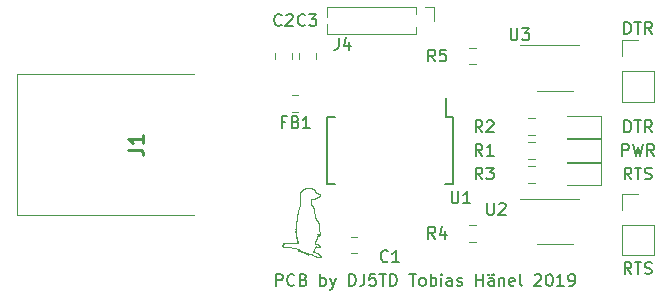
<source format=gbr>
G04 #@! TF.GenerationSoftware,KiCad,Pcbnew,5.1.4-e60b266~84~ubuntu19.04.1*
G04 #@! TF.CreationDate,2019-09-06T13:47:56+02:00*
G04 #@! TF.ProjectId,keyer,6b657965-722e-46b6-9963-61645f706362,rev?*
G04 #@! TF.SameCoordinates,Original*
G04 #@! TF.FileFunction,Legend,Top*
G04 #@! TF.FilePolarity,Positive*
%FSLAX46Y46*%
G04 Gerber Fmt 4.6, Leading zero omitted, Abs format (unit mm)*
G04 Created by KiCad (PCBNEW 5.1.4-e60b266~84~ubuntu19.04.1) date 2019-09-06 13:47:56*
%MOMM*%
%LPD*%
G04 APERTURE LIST*
%ADD10C,0.030000*%
%ADD11C,0.200000*%
%ADD12C,0.120000*%
%ADD13C,0.100000*%
%ADD14C,0.150000*%
%ADD15C,0.254000*%
G04 APERTURE END LIST*
D10*
X113500984Y-136504754D02*
X113477649Y-136511656D01*
X113477649Y-136511656D02*
X113457532Y-136521559D01*
X113457532Y-136521559D02*
X113452247Y-136523461D01*
X112181655Y-135815543D02*
X112201249Y-135826079D01*
X112201249Y-135826079D02*
X112225105Y-135832358D01*
X112225105Y-135832358D02*
X112253569Y-135834759D01*
X112253569Y-135834759D02*
X112283095Y-135833563D01*
X112283095Y-135833563D02*
X112290943Y-135832772D01*
X112152118Y-135811113D02*
X112179466Y-135813872D01*
X112179466Y-135813872D02*
X112181655Y-135815543D01*
X114589924Y-132081068D02*
X114562392Y-132083561D01*
X114562392Y-132083561D02*
X114531274Y-132083565D01*
X114531274Y-132083565D02*
X114515097Y-132084022D01*
X113401541Y-131731037D02*
X113404329Y-131703683D01*
X113404329Y-131703683D02*
X113407353Y-131676624D01*
X113407353Y-131676624D02*
X113411301Y-131650234D01*
X113411301Y-131650234D02*
X113416226Y-131624655D01*
X113416226Y-131624655D02*
X113422164Y-131599720D01*
X113422164Y-131599720D02*
X113429038Y-131575655D01*
X113429038Y-131575655D02*
X113436609Y-131552997D01*
X113436609Y-131552997D02*
X113444972Y-131531216D01*
X113444972Y-131531216D02*
X113454991Y-131508347D01*
X113454991Y-131508347D02*
X113465220Y-131487684D01*
X113465220Y-131487684D02*
X113476391Y-131467489D01*
X113476391Y-131467489D02*
X113488259Y-131448184D01*
X113488259Y-131448184D02*
X113500703Y-131429853D01*
X113500703Y-131429853D02*
X113513601Y-131412555D01*
X113513601Y-131412555D02*
X113527082Y-131396015D01*
X113527082Y-131396015D02*
X113541651Y-131379639D01*
X113541651Y-131379639D02*
X113556728Y-131364099D01*
X113556728Y-131364099D02*
X113572224Y-131349409D01*
X113572224Y-131349409D02*
X113588757Y-131334988D01*
X113588757Y-131334988D02*
X113606356Y-131320871D01*
X113606356Y-131320871D02*
X113624260Y-131307667D01*
X113624260Y-131307667D02*
X113642363Y-131295365D01*
X113642363Y-131295365D02*
X113661227Y-131283550D01*
X113661227Y-131283550D02*
X113682248Y-131271466D01*
X113682248Y-131271466D02*
X113701941Y-131261076D01*
X113701941Y-131261076D02*
X113722167Y-131251251D01*
X113722167Y-131251251D02*
X113743841Y-131241597D01*
X113743841Y-131241597D02*
X113765510Y-131232761D01*
X113765510Y-131232761D02*
X113788680Y-131224145D01*
X113788680Y-131224145D02*
X113814659Y-131215416D01*
X113814659Y-131215416D02*
X113836723Y-131208721D01*
X113916474Y-136703146D02*
X113916444Y-136673017D01*
X113916444Y-136673017D02*
X113915981Y-136664255D01*
X114453069Y-132099775D02*
X114429727Y-132108106D01*
X114429727Y-132108106D02*
X114407028Y-132116185D01*
X114407028Y-132116185D02*
X114385666Y-132125113D01*
X114385666Y-132125113D02*
X114366179Y-132135783D01*
X114366179Y-132135783D02*
X114349163Y-132149307D01*
X114349163Y-132149307D02*
X114338366Y-132162788D01*
X113038726Y-134927950D02*
X113047820Y-134907002D01*
X113047820Y-134907002D02*
X113055558Y-134883541D01*
X113055558Y-134883541D02*
X113060879Y-134864936D01*
X112642436Y-135827358D02*
X112671917Y-135828486D01*
X112671917Y-135828486D02*
X112700742Y-135830489D01*
X112700742Y-135830489D02*
X112730340Y-135833245D01*
X112730340Y-135833245D02*
X112759255Y-135836404D01*
X112759255Y-135836404D02*
X112789643Y-135839991D01*
X112789643Y-135839991D02*
X112817151Y-135843278D01*
X112817151Y-135843278D02*
X112845385Y-135846500D01*
X112845385Y-135846500D02*
X112874340Y-135849442D01*
X112874340Y-135849442D02*
X112903274Y-135851809D01*
X112903274Y-135851809D02*
X112932177Y-135853396D01*
X112932177Y-135853396D02*
X112962483Y-135853995D01*
X112962483Y-135853995D02*
X112992372Y-135853276D01*
X112992372Y-135853276D02*
X113012143Y-135851973D01*
X112517887Y-135827358D02*
X112546713Y-135825753D01*
X112546713Y-135825753D02*
X112576551Y-135825441D01*
X112576551Y-135825441D02*
X112608057Y-135826418D01*
X112608057Y-135826418D02*
X112637925Y-135827271D01*
X112637925Y-135827271D02*
X112642436Y-135827358D01*
X111911390Y-136097630D02*
X111924766Y-136080925D01*
X111924766Y-136080925D02*
X111910283Y-136064817D01*
X111910283Y-136064817D02*
X111908928Y-136063662D01*
X111941911Y-136116337D02*
X111920611Y-136107430D01*
X111920611Y-136107430D02*
X111911390Y-136097630D01*
X115062520Y-134985068D02*
X115063349Y-135014325D01*
X115063349Y-135014325D02*
X115059513Y-135040768D01*
X115059513Y-135040768D02*
X115054151Y-135056450D01*
X114713489Y-135678208D02*
X114706960Y-135701839D01*
X114706960Y-135701839D02*
X114700797Y-135727509D01*
X114700797Y-135727509D02*
X114695725Y-135752515D01*
X114695725Y-135752515D02*
X114691438Y-135778342D01*
X114691438Y-135778342D02*
X114687844Y-135806124D01*
X114687844Y-135806124D02*
X114685242Y-135833790D01*
X114685242Y-135833790D02*
X114683463Y-135862506D01*
X114683463Y-135862506D02*
X114682967Y-135874631D01*
X113796356Y-136692317D02*
X113809616Y-136675226D01*
X113809616Y-136675226D02*
X113823467Y-136658755D01*
X113823467Y-136658755D02*
X113831713Y-136636618D01*
X113831713Y-136636618D02*
X113831800Y-136630286D01*
X113155890Y-135528540D02*
X113149983Y-135533463D01*
X113133245Y-135567922D02*
X113144363Y-135546583D01*
X113144363Y-135546583D02*
X113155890Y-135528540D01*
X113836726Y-131208736D02*
X113860616Y-131202575D01*
X113860616Y-131202575D02*
X113886712Y-131196546D01*
X113886712Y-131196546D02*
X113912830Y-131190857D01*
X113912830Y-131190857D02*
X113937873Y-131185634D01*
X113937873Y-131185634D02*
X113963098Y-131180571D01*
X113963098Y-131180571D02*
X113991208Y-131175159D01*
X113991208Y-131175159D02*
X114018207Y-131170197D01*
X114018207Y-131170197D02*
X114043852Y-131165740D01*
X114043852Y-131165740D02*
X114072335Y-131161159D01*
X114072335Y-131161159D02*
X114099402Y-131157319D01*
X114099402Y-131157319D02*
X114126528Y-131154372D01*
X114126528Y-131154372D02*
X114144898Y-131153600D01*
X114107974Y-136806527D02*
X114116409Y-136784410D01*
X114116409Y-136784410D02*
X114120015Y-136757349D01*
X114120015Y-136757349D02*
X114119205Y-136727366D01*
X114119205Y-136727366D02*
X114118805Y-136722345D01*
X113401541Y-132502450D02*
X113401413Y-132471162D01*
X113401413Y-132471162D02*
X113401174Y-132439052D01*
X113401174Y-132439052D02*
X113401069Y-132407956D01*
X113401069Y-132407956D02*
X113401317Y-132377792D01*
X113401317Y-132377792D02*
X113402112Y-132348482D01*
X113402112Y-132348482D02*
X113403658Y-132319348D01*
X113403658Y-132319348D02*
X113406029Y-132291623D01*
X113406029Y-132291623D02*
X113409483Y-132263812D01*
X113409483Y-132263812D02*
X113413939Y-132237293D01*
X113413939Y-132237293D02*
X113419404Y-132211953D01*
X113419404Y-132211953D02*
X113425663Y-132188371D01*
X113049556Y-135185908D02*
X113042172Y-135191816D01*
X115000492Y-134380538D02*
X114996800Y-134407304D01*
X114996800Y-134407304D02*
X114994146Y-134435484D01*
X114994146Y-134435484D02*
X114992123Y-134462258D01*
X113225303Y-136405313D02*
X113242999Y-136392416D01*
X113242999Y-136392416D02*
X113257623Y-136376567D01*
X113257623Y-136376567D02*
X113273295Y-136361860D01*
X113273295Y-136361860D02*
X113285854Y-136355100D01*
X114708074Y-131491801D02*
X114724763Y-131506792D01*
X114724763Y-131506792D02*
X114741317Y-131520828D01*
X114741317Y-131520828D02*
X114758164Y-131534323D01*
X114758164Y-131534323D02*
X114775294Y-131547294D01*
X114775294Y-131547294D02*
X114793633Y-131560404D01*
X114793633Y-131560404D02*
X114813220Y-131573594D01*
X114813220Y-131573594D02*
X114832191Y-131585635D01*
X114832191Y-131585635D02*
X114853687Y-131598482D01*
X114853687Y-131598482D02*
X114873023Y-131609375D01*
X114873023Y-131609375D02*
X114892932Y-131619993D01*
X114892932Y-131619993D02*
X114914155Y-131630701D01*
X114914155Y-131630701D02*
X114935703Y-131640985D01*
X114935703Y-131640985D02*
X114950771Y-131647855D01*
X113029373Y-134980625D02*
X113038422Y-134958856D01*
X113038422Y-134958856D02*
X113052694Y-134942232D01*
X113052694Y-134942232D02*
X113061011Y-134920359D01*
X113061011Y-134920359D02*
X113059894Y-134913674D01*
X113056941Y-134954534D02*
X113042222Y-134970225D01*
X113042222Y-134970225D02*
X113029373Y-134980625D01*
X114950771Y-131647855D02*
X114973035Y-131657282D01*
X114973035Y-131657282D02*
X114994556Y-131666255D01*
X114994556Y-131666255D02*
X115016419Y-131676285D01*
X115016419Y-131676285D02*
X115035833Y-131686887D01*
X115035833Y-131686887D02*
X115053470Y-131699365D01*
X115053470Y-131699365D02*
X115068033Y-131714966D01*
X115068033Y-131714966D02*
X115074828Y-131729083D01*
X114950771Y-131915660D02*
X114924337Y-131919452D01*
X114924337Y-131919452D02*
X114902293Y-131928621D01*
X114902293Y-131928621D02*
X114892681Y-131938305D01*
X115090582Y-136873970D02*
X115107443Y-136888340D01*
X115107443Y-136888340D02*
X115123504Y-136902696D01*
X115123504Y-136902696D02*
X115137572Y-136919334D01*
X115137572Y-136919334D02*
X115140794Y-136924184D01*
X113029373Y-135122894D02*
X113041910Y-135104716D01*
X113041910Y-135104716D02*
X113052305Y-135084522D01*
X113052305Y-135084522D02*
X113057349Y-135058866D01*
X113057349Y-135058866D02*
X113057925Y-135047576D01*
X113060879Y-135102219D02*
X113038982Y-135110610D01*
X113038982Y-135110610D02*
X113029373Y-135122894D01*
X115002955Y-136154738D02*
X114996311Y-136178294D01*
X114996311Y-136178294D02*
X114988186Y-136193629D01*
X112285528Y-135821450D02*
X112313963Y-135823486D01*
X112313963Y-135823486D02*
X112338217Y-135829408D01*
X112338217Y-135829408D02*
X112352971Y-135829820D01*
X112290943Y-135832772D02*
X112285528Y-135821450D01*
X113089924Y-135219876D02*
X113078109Y-135211016D01*
X113022973Y-135319317D02*
X113030453Y-135296672D01*
X113030453Y-135296672D02*
X113041077Y-135277013D01*
X113041077Y-135277013D02*
X113054158Y-135259186D01*
X113054158Y-135259186D02*
X113069121Y-135242124D01*
X113069121Y-135242124D02*
X113084906Y-135225274D01*
X113084906Y-135225274D02*
X113089924Y-135219876D01*
X113559566Y-136579583D02*
X113571227Y-136560983D01*
X113571227Y-136560983D02*
X113576304Y-136549061D01*
X114609617Y-136361992D02*
X114603434Y-136386070D01*
X114603434Y-136386070D02*
X114596102Y-136409643D01*
X114596102Y-136409643D02*
X114587667Y-136433056D01*
X114587667Y-136433056D02*
X114579049Y-136454512D01*
X114579049Y-136454512D02*
X114570727Y-136473740D01*
X114349196Y-132516249D02*
X114353494Y-132542453D01*
X114353494Y-132542453D02*
X114360237Y-132566398D01*
X114360237Y-132566398D02*
X114369380Y-132584185D01*
X114985231Y-134540041D02*
X114984716Y-134571330D01*
X114984716Y-134571330D02*
X114984072Y-134601197D01*
X114984072Y-134601197D02*
X114984416Y-134631549D01*
X114984416Y-134631549D02*
X114986736Y-134659811D01*
X114986736Y-134659811D02*
X114991503Y-134685109D01*
X114991503Y-134685109D02*
X114993600Y-134692649D01*
X113968656Y-136673608D02*
X113952390Y-136687372D01*
X113952390Y-136687372D02*
X113941580Y-136690838D01*
X113759434Y-136626842D02*
X113750081Y-136613549D01*
X113798325Y-136645055D02*
X113806694Y-136630779D01*
X114019854Y-136725299D02*
X114026619Y-136700688D01*
X114026619Y-136700688D02*
X114031177Y-136676069D01*
X113059894Y-134913674D02*
X113040791Y-134925051D01*
X113040791Y-134925051D02*
X113038726Y-134927950D01*
X113806694Y-136630779D02*
X113782542Y-136636689D01*
X113782542Y-136636689D02*
X113763024Y-136647369D01*
X113763024Y-136647369D02*
X113745158Y-136654409D01*
X115046274Y-135113062D02*
X115052275Y-135137578D01*
X115052275Y-135137578D02*
X115052345Y-135167661D01*
X115052345Y-135167661D02*
X115047844Y-135193484D01*
X115047844Y-135193484D02*
X115040699Y-135216378D01*
X115040699Y-135216378D02*
X115031328Y-135237201D01*
X115031328Y-135237201D02*
X115022153Y-135252380D01*
X113422710Y-136429926D02*
X113397443Y-136435095D01*
X113397443Y-136435095D02*
X113376907Y-136444572D01*
X113376907Y-136444572D02*
X113356725Y-136454615D01*
X113356725Y-136454615D02*
X113335198Y-136463262D01*
X113335198Y-136463262D02*
X113305166Y-136463291D01*
X113305166Y-136463291D02*
X113302592Y-136461926D01*
X114065637Y-136701177D02*
X114044169Y-136709901D01*
X114044169Y-136709901D02*
X114026533Y-136722469D01*
X114026533Y-136722469D02*
X114019854Y-136725299D01*
X113004266Y-134837860D02*
X113016264Y-134819405D01*
X113016264Y-134819405D02*
X113030246Y-134802801D01*
X113030246Y-134802801D02*
X113044318Y-134786588D01*
X113044318Y-134786588D02*
X113057654Y-134769852D01*
X113057654Y-134769852D02*
X113066905Y-134748951D01*
X113066905Y-134748951D02*
X113066786Y-134748263D01*
X113048080Y-134738909D02*
X113057851Y-134718087D01*
X113057851Y-134718087D02*
X113063151Y-134693118D01*
X113063151Y-134693118D02*
X113063833Y-134686235D01*
X113040695Y-134804875D02*
X113024438Y-134819304D01*
X113024438Y-134819304D02*
X113009229Y-134834223D01*
X113009229Y-134834223D02*
X113004266Y-134837860D01*
X114103544Y-136743020D02*
X114074796Y-136744367D01*
X114074796Y-136744367D02*
X114066622Y-136746960D01*
X114066622Y-136746960D02*
X114066214Y-136717269D01*
X114066214Y-136717269D02*
X114065637Y-136701177D01*
X112129473Y-136184768D02*
X112101056Y-136181371D01*
X112101056Y-136181371D02*
X112068992Y-136176912D01*
X112068992Y-136176912D02*
X112041445Y-136173217D01*
X112041445Y-136173217D02*
X112013389Y-136170203D01*
X112013389Y-136170203D02*
X111984959Y-136168560D01*
X111984959Y-136168560D02*
X111983264Y-136168523D01*
X112271251Y-136191167D02*
X112241096Y-136189784D01*
X112241096Y-136189784D02*
X112208302Y-136188909D01*
X112208302Y-136188909D02*
X112178978Y-136188051D01*
X112178978Y-136188051D02*
X112149778Y-136186528D01*
X112149778Y-136186528D02*
X112129473Y-136184768D01*
X113836723Y-131208721D02*
X113836726Y-131208736D01*
X113025927Y-134268776D02*
X113056941Y-134237760D01*
X113056941Y-135037237D02*
X113058599Y-135008766D01*
X113058599Y-135008766D02*
X113060879Y-135004254D01*
X114570726Y-131275194D02*
X114592148Y-131284179D01*
X114592148Y-131284179D02*
X114608887Y-131297577D01*
X114608887Y-131297577D02*
X114622147Y-131314538D01*
X114622147Y-131314538D02*
X114632885Y-131334535D01*
X114632885Y-131334535D02*
X114641611Y-131356256D01*
X114641611Y-131356256D02*
X114648015Y-131375129D01*
X114840991Y-135896287D02*
X114862365Y-135905022D01*
X114862365Y-135905022D02*
X114882133Y-135915680D01*
X114882133Y-135915680D02*
X114901144Y-135927749D01*
X114901144Y-135927749D02*
X114922179Y-135942401D01*
X114922179Y-135942401D02*
X114940157Y-135955247D01*
X114940157Y-135955247D02*
X114947325Y-135960286D01*
X114683952Y-133663278D02*
X114690640Y-133686941D01*
X114690640Y-133686941D02*
X114700573Y-133708358D01*
X114700573Y-133708358D02*
X114711834Y-133727350D01*
X114711834Y-133727350D02*
X114723911Y-133745662D01*
X114723911Y-133745662D02*
X114735911Y-133763797D01*
X114735911Y-133763797D02*
X114747224Y-133782617D01*
X114747224Y-133782617D02*
X114754348Y-133796687D01*
X111986710Y-136008526D02*
X111961492Y-136003606D01*
X111961492Y-136003606D02*
X111953234Y-135989819D01*
X111921728Y-136029694D02*
X111949660Y-136027519D01*
X111949660Y-136027519D02*
X111972310Y-136020010D01*
X111972310Y-136020010D02*
X111986710Y-136008526D01*
X114850345Y-137002947D02*
X114849360Y-137007870D01*
X114993600Y-134692649D02*
X115002098Y-134714383D01*
X115002098Y-134714383D02*
X115012436Y-134734380D01*
X115012436Y-134734380D02*
X115023094Y-134754412D01*
X115023094Y-134754412D02*
X115026091Y-134760586D01*
X113713159Y-136589919D02*
X113683072Y-136589077D01*
X113683072Y-136589077D02*
X113653780Y-136591095D01*
X113653780Y-136591095D02*
X113627604Y-136595424D01*
X113627604Y-136595424D02*
X113603532Y-136602107D01*
X113603532Y-136602107D02*
X113582315Y-136611213D01*
X113582315Y-136611213D02*
X113577288Y-136614041D01*
X114529866Y-132827375D02*
X114535522Y-132852439D01*
X114535522Y-132852439D02*
X114540221Y-132878319D01*
X114540221Y-132878319D02*
X114544336Y-132905690D01*
X114544336Y-132905690D02*
X114548168Y-132934430D01*
X114548168Y-132934430D02*
X114551724Y-132961294D01*
X114551724Y-132961294D02*
X114555465Y-132986876D01*
X115105350Y-136967503D02*
X115074995Y-136967075D01*
X115074995Y-136967075D02*
X115056121Y-136968493D01*
X113168690Y-135642750D02*
X113157254Y-135661728D01*
X113157254Y-135661728D02*
X113152936Y-135663918D01*
X113158844Y-135720040D02*
X113165955Y-135696522D01*
X113165955Y-135696522D02*
X113174976Y-135674959D01*
X113174976Y-135674959D02*
X113171936Y-135647611D01*
X113171936Y-135647611D02*
X113168690Y-135642750D01*
X113302592Y-136461926D02*
X113324683Y-136453663D01*
X113324683Y-136453663D02*
X113335575Y-136446171D01*
X114602232Y-133277817D02*
X114611463Y-133298817D01*
X114611463Y-133298817D02*
X114622207Y-133318504D01*
X114622207Y-133318504D02*
X114632811Y-133339324D01*
X114632811Y-133339324D02*
X114635707Y-133346245D01*
X113285854Y-136355100D02*
X113259288Y-136360676D01*
X113259288Y-136360676D02*
X113231430Y-136365751D01*
X113231430Y-136365751D02*
X113209058Y-136367898D01*
X113095831Y-135263198D02*
X113076453Y-135274284D01*
X113076453Y-135274284D02*
X113059265Y-135288037D01*
X113059265Y-135288037D02*
X113042472Y-135303219D01*
X113042472Y-135303219D02*
X113026028Y-135317039D01*
X113026028Y-135317039D02*
X113022973Y-135319317D01*
X113149983Y-135444359D02*
X113141168Y-135465729D01*
X113141168Y-135465729D02*
X113128217Y-135482802D01*
X113128217Y-135482802D02*
X113109615Y-135493096D01*
X111930589Y-136116832D02*
X111941911Y-136116337D01*
X111979818Y-136143416D02*
X111955996Y-136136979D01*
X111955996Y-136136979D02*
X111936164Y-136126435D01*
X111936164Y-136126435D02*
X111930589Y-136116832D01*
X113059402Y-135334086D02*
X113064753Y-135308914D01*
X113064753Y-135308914D02*
X113075592Y-135288533D01*
X113075592Y-135288533D02*
X113088557Y-135271097D01*
X113088557Y-135271097D02*
X113095831Y-135263198D01*
X113084509Y-135289289D02*
X113072309Y-135307565D01*
X113072309Y-135307565D02*
X113062700Y-135327960D01*
X113062700Y-135327960D02*
X113059402Y-135334086D01*
X115046767Y-134832950D02*
X115050556Y-134859342D01*
X115050556Y-134859342D02*
X115053728Y-134886487D01*
X115053728Y-134886487D02*
X115056489Y-134914639D01*
X115056489Y-134914639D02*
X115059095Y-134944642D01*
X115059095Y-134944642D02*
X115061519Y-134973550D01*
X115061519Y-134973550D02*
X115062520Y-134985068D01*
X114570727Y-136473740D02*
X114560007Y-136495237D01*
X114560007Y-136495237D02*
X114548536Y-136515629D01*
X114548536Y-136515629D02*
X114547097Y-136518045D01*
X114757796Y-136654901D02*
X114782191Y-136661963D01*
X114782191Y-136661963D02*
X114805819Y-136668655D01*
X114805819Y-136668655D02*
X114829986Y-136675677D01*
X114829986Y-136675677D02*
X114853058Y-136682857D01*
X114853058Y-136682857D02*
X114875635Y-136690636D01*
X114875635Y-136690636D02*
X114898527Y-136699632D01*
X114898527Y-136699632D02*
X114919240Y-136709077D01*
X114919240Y-136709077D02*
X114938896Y-136719553D01*
X114938896Y-136719553D02*
X114957630Y-136731306D01*
X114957630Y-136731306D02*
X114975565Y-136744647D01*
X114975565Y-136744647D02*
X114991529Y-136758741D01*
X114991529Y-136758741D02*
X114995078Y-136762220D01*
X114754842Y-136125692D02*
X114731610Y-136133378D01*
X114731610Y-136133378D02*
X114712013Y-136141940D01*
X113322284Y-136519523D02*
X113342783Y-136509870D01*
X113342783Y-136509870D02*
X113361202Y-136497886D01*
X113361202Y-136497886D02*
X113366097Y-136493923D01*
X113945026Y-136728254D02*
X113958677Y-136711854D01*
X113958677Y-136711854D02*
X113970789Y-136693719D01*
X113970789Y-136693719D02*
X113968656Y-136673608D01*
X113745158Y-136654409D02*
X113756467Y-136635567D01*
X113756467Y-136635567D02*
X113759434Y-136626842D01*
X115054151Y-135056450D02*
X115041205Y-135073947D01*
X115041205Y-135073947D02*
X115038398Y-135078603D01*
X113022973Y-134277144D02*
X113025927Y-134268776D01*
X113065802Y-134244654D02*
X113045835Y-134255125D01*
X113045835Y-134255125D02*
X113031635Y-134271073D01*
X113031635Y-134271073D02*
X113022973Y-134277144D01*
X113323760Y-132813575D02*
X113333875Y-132791059D01*
X113333875Y-132791059D02*
X113343735Y-132767715D01*
X113343735Y-132767715D02*
X113352226Y-132746201D01*
X113352226Y-132746201D02*
X113360350Y-132724048D01*
X113360350Y-132724048D02*
X113368078Y-132701108D01*
X113368078Y-132701108D02*
X113375345Y-132677220D01*
X113375345Y-132677220D02*
X113382034Y-132652384D01*
X113382034Y-132652384D02*
X113387969Y-132626750D01*
X113387969Y-132626750D02*
X113392941Y-132600788D01*
X113392941Y-132600788D02*
X113396844Y-132574664D01*
X113396844Y-132574664D02*
X113399696Y-132547377D01*
X113399696Y-132547377D02*
X113401309Y-132518222D01*
X113401309Y-132518222D02*
X113401541Y-132502450D01*
X113429602Y-132035762D02*
X113424516Y-132010552D01*
X113424516Y-132010552D02*
X113420251Y-131984092D01*
X113420251Y-131984092D02*
X113416477Y-131956552D01*
X113416477Y-131956552D02*
X113413222Y-131929438D01*
X113413222Y-131929438D02*
X113410282Y-131901770D01*
X113410282Y-131901770D02*
X113407689Y-131874218D01*
X113407689Y-131874218D02*
X113405367Y-131846002D01*
X113405367Y-131846002D02*
X113403316Y-131816274D01*
X113403316Y-131816274D02*
X113401778Y-131787049D01*
X113401778Y-131787049D02*
X113400938Y-131757173D01*
X113400938Y-131757173D02*
X113401541Y-131731037D01*
X113425663Y-132188371D02*
X113431663Y-132162735D01*
X113431663Y-132162735D02*
X113435453Y-132135635D01*
X113435453Y-132135635D02*
X113436982Y-132106208D01*
X113436982Y-132106208D02*
X113435920Y-132077008D01*
X113435920Y-132077008D02*
X113432382Y-132049389D01*
X113432382Y-132049389D02*
X113429602Y-132035762D01*
X113161798Y-133706092D02*
X113164895Y-133677414D01*
X113164895Y-133677414D02*
X113167045Y-133649543D01*
X113167045Y-133649543D02*
X113168669Y-133620004D01*
X113168669Y-133620004D02*
X113169906Y-133590416D01*
X113169906Y-133590416D02*
X113171076Y-133559941D01*
X113171076Y-133559941D02*
X113172366Y-133531032D01*
X113172366Y-133531032D02*
X113174165Y-133501204D01*
X113174165Y-133501204D02*
X113174597Y-133495393D01*
X113144075Y-133852301D02*
X113149155Y-133825675D01*
X113149155Y-133825675D02*
X113152947Y-133797330D01*
X113152947Y-133797330D02*
X113155683Y-133769799D01*
X113155683Y-133769799D02*
X113158160Y-133741631D01*
X113158160Y-133741631D02*
X113160949Y-133713341D01*
X113160949Y-133713341D02*
X113161798Y-133706092D01*
X113059402Y-135434020D02*
X113069331Y-135413750D01*
X113069331Y-135413750D02*
X113083526Y-135396956D01*
X113083526Y-135396956D02*
X113095831Y-135380855D01*
X113102231Y-135406946D02*
X113085883Y-135420816D01*
X113085883Y-135420816D02*
X113067692Y-135432913D01*
X113067692Y-135432913D02*
X113059402Y-135434020D01*
X114847391Y-131983595D02*
X114830240Y-131996462D01*
X114830240Y-131996462D02*
X114809973Y-132007869D01*
X114809973Y-132007869D02*
X114788675Y-132016918D01*
X114788675Y-132016918D02*
X114766183Y-132024726D01*
X114766183Y-132024726D02*
X114743599Y-132032148D01*
X114743599Y-132032148D02*
X114722842Y-132039716D01*
X113114046Y-135334579D02*
X113097958Y-135348826D01*
X113097958Y-135348826D02*
X113087955Y-135356240D01*
X113095831Y-135380855D02*
X113102917Y-135357931D01*
X113102917Y-135357931D02*
X113111991Y-135336878D01*
X113111991Y-135336878D02*
X113114046Y-135334579D01*
X113942073Y-136664255D02*
X113930240Y-136683506D01*
X113930240Y-136683506D02*
X113917437Y-136701137D01*
X113917437Y-136701137D02*
X113916474Y-136703146D01*
X113143583Y-136312762D02*
X113157860Y-136308824D01*
X113039218Y-135073667D02*
X113050417Y-135054716D01*
X113050417Y-135054716D02*
X113056941Y-135037237D01*
X113057925Y-135047576D02*
X113046132Y-135065906D01*
X113046132Y-135065906D02*
X113039218Y-135073667D01*
X113039711Y-134860506D02*
X113050111Y-134838671D01*
X113050111Y-134838671D02*
X113060908Y-134819413D01*
X113060908Y-134819413D02*
X113065802Y-134810293D01*
X113127338Y-135849019D02*
X113151750Y-135843075D01*
X113151750Y-135843075D02*
X113176339Y-135836499D01*
X113176339Y-135836499D02*
X113201722Y-135831174D01*
X113201722Y-135831174D02*
X113219396Y-135830310D01*
X113012143Y-135851973D02*
X113043719Y-135851112D01*
X113043719Y-135851112D02*
X113073983Y-135851673D01*
X113073983Y-135851673D02*
X113103677Y-135851349D01*
X113103677Y-135851349D02*
X113127338Y-135849019D01*
X114988186Y-136193629D02*
X114979772Y-136171791D01*
X114979772Y-136171791D02*
X114967510Y-136159661D01*
X113203150Y-133281248D02*
X113207473Y-133254097D01*
X113207473Y-133254097D02*
X113211993Y-133227519D01*
X113211993Y-133227519D02*
X113217312Y-133198386D01*
X113217312Y-133198386D02*
X113222341Y-133172734D01*
X113222341Y-133172734D02*
X113228019Y-133145706D01*
X113228019Y-133145706D02*
X113233871Y-133119733D01*
X113233871Y-133119733D02*
X113240003Y-133094289D01*
X113240003Y-133094289D02*
X113247598Y-133064940D01*
X113247598Y-133064940D02*
X113254102Y-133041444D01*
X113254102Y-133041444D02*
X113257794Y-133028705D01*
X113026911Y-134896936D02*
X113035680Y-134872709D01*
X113035680Y-134872709D02*
X113039711Y-134860506D01*
X113099770Y-133979803D02*
X113106568Y-133955636D01*
X113106568Y-133955636D02*
X113114710Y-133933667D01*
X113114710Y-133933667D02*
X113123564Y-133911977D01*
X113123564Y-133911977D02*
X113132269Y-133890169D01*
X113132269Y-133890169D02*
X113140108Y-133867333D01*
X113140108Y-133867333D02*
X113144075Y-133852301D01*
X113072694Y-134113704D02*
X113078162Y-134083500D01*
X113078162Y-134083500D02*
X113083270Y-134057446D01*
X113083270Y-134057446D02*
X113088514Y-134032071D01*
X113088514Y-134032071D02*
X113093837Y-134007139D01*
X113093837Y-134007139D02*
X113099770Y-133979803D01*
X113063833Y-134175732D02*
X113067513Y-134147825D01*
X113067513Y-134147825D02*
X113071383Y-134120989D01*
X113071383Y-134120989D02*
X113072694Y-134113704D01*
X115056121Y-136968493D02*
X115057513Y-136997274D01*
X115057513Y-136997274D02*
X115051691Y-137020675D01*
X114435839Y-136809971D02*
X114416193Y-136799069D01*
X114416193Y-136799069D02*
X114392369Y-136792114D01*
X114392369Y-136792114D02*
X114377749Y-136787327D01*
X114992123Y-134462258D02*
X114989290Y-134489515D01*
X114989290Y-134489515D02*
X114986293Y-134517029D01*
X114986293Y-134517029D02*
X114985231Y-134540041D01*
X114456515Y-132689534D02*
X114471471Y-132707327D01*
X114471471Y-132707327D02*
X114485081Y-132725718D01*
X114485081Y-132725718D02*
X114497155Y-132744760D01*
X114497155Y-132744760D02*
X114507633Y-132764560D01*
X114507633Y-132764560D02*
X114516831Y-132785919D01*
X114516831Y-132785919D02*
X114524760Y-132809042D01*
X114524760Y-132809042D02*
X114529866Y-132827375D01*
X114031177Y-136676069D02*
X114017744Y-136692933D01*
X114017744Y-136692933D02*
X114001877Y-136707264D01*
X114001877Y-136707264D02*
X113983759Y-136719213D01*
X113983759Y-136719213D02*
X113961860Y-136727590D01*
X113961860Y-136727590D02*
X113945026Y-136728254D01*
X114377749Y-136787327D02*
X114356299Y-136778022D01*
X114356299Y-136778022D02*
X114334973Y-136769122D01*
X114334973Y-136769122D02*
X114318675Y-136764681D01*
X113039218Y-135167201D02*
X113046455Y-135143904D01*
X113046455Y-135143904D02*
X113057664Y-135124961D01*
X113057664Y-135124961D02*
X113060879Y-135102219D01*
X115057105Y-131860523D02*
X115041875Y-131875706D01*
X115041875Y-131875706D02*
X115024429Y-131888656D01*
X115024429Y-131888656D02*
X115003271Y-131900101D01*
X115003271Y-131900101D02*
X114981417Y-131908424D01*
X114981417Y-131908424D02*
X114955784Y-131914777D01*
X114955784Y-131914777D02*
X114950771Y-131915660D01*
X114984739Y-135116509D02*
X114983847Y-135146322D01*
X114983847Y-135146322D02*
X114977847Y-135167705D01*
X115103381Y-136952736D02*
X115105350Y-136967503D01*
X115038398Y-135078603D02*
X115042314Y-135104909D01*
X115042314Y-135104909D02*
X115046274Y-135113062D01*
X114922711Y-136999010D02*
X114934507Y-137017887D01*
X114934507Y-137017887D02*
X114936988Y-137035439D01*
X114929602Y-135078603D02*
X114909818Y-135089640D01*
X114909818Y-135089640D02*
X114881372Y-135091367D01*
X114881372Y-135091367D02*
X114861667Y-135090418D01*
X114636693Y-136256150D02*
X114629924Y-136280877D01*
X114629924Y-136280877D02*
X114622810Y-136307881D01*
X114622810Y-136307881D02*
X114616439Y-136333223D01*
X114616439Y-136333223D02*
X114610598Y-136357732D01*
X114610598Y-136357732D02*
X114609617Y-136361992D01*
X113174597Y-133495393D02*
X113177014Y-133467498D01*
X113177014Y-133467498D02*
X113180310Y-133437246D01*
X113180310Y-133437246D02*
X113183706Y-133410476D01*
X113183706Y-133410476D02*
X113187563Y-133382948D01*
X113187563Y-133382948D02*
X113191540Y-133356293D01*
X113191540Y-133356293D02*
X113196435Y-133324648D01*
X113196435Y-133324648D02*
X113202385Y-133286263D01*
X113202385Y-133286263D02*
X113203150Y-133281248D01*
X114720381Y-135877088D02*
X114749834Y-135878187D01*
X114749834Y-135878187D02*
X114777343Y-135881263D01*
X114777343Y-135881263D02*
X114803463Y-135886072D01*
X114803463Y-135886072D02*
X114828029Y-135892313D01*
X114828029Y-135892313D02*
X114840991Y-135896287D01*
X113915981Y-136664255D02*
X113894765Y-136673146D01*
X113894765Y-136673146D02*
X113879385Y-136687900D01*
X113879385Y-136687900D02*
X113859124Y-136697721D01*
X113859124Y-136697721D02*
X113857892Y-136697730D01*
X113081063Y-136293070D02*
X113050437Y-136291449D01*
X113050437Y-136291449D02*
X113021795Y-136289587D01*
X113021795Y-136289587D02*
X113003282Y-136287164D01*
X113301115Y-136383160D02*
X113276676Y-136390146D01*
X113276676Y-136390146D02*
X113253198Y-136397575D01*
X113253198Y-136397575D02*
X113229791Y-136404233D01*
X113229791Y-136404233D02*
X113225303Y-136405313D01*
X114312767Y-132298659D02*
X114314690Y-132327201D01*
X114314690Y-132327201D02*
X114318346Y-132354522D01*
X114318346Y-132354522D02*
X114322825Y-132381816D01*
X114322825Y-132381816D02*
X114327890Y-132409531D01*
X114327890Y-132409531D02*
X114333149Y-132436484D01*
X114333149Y-132436484D02*
X114338846Y-132464532D01*
X114338846Y-132464532D02*
X114344260Y-132490755D01*
X114344260Y-132490755D02*
X114349175Y-132516111D01*
X114349175Y-132516111D02*
X114349196Y-132516249D01*
X113366097Y-136493923D02*
X113381228Y-136478918D01*
X113381228Y-136478918D02*
X113395578Y-136460470D01*
X113395578Y-136460470D02*
X113408818Y-136443563D01*
X113408818Y-136443563D02*
X113422710Y-136429926D01*
X113068755Y-135339995D02*
X113075305Y-135315431D01*
X113075305Y-135315431D02*
X113083603Y-135293312D01*
X113083603Y-135293312D02*
X113084509Y-135289289D01*
X113102723Y-135319810D02*
X113080653Y-135327880D01*
X113080653Y-135327880D02*
X113068755Y-135339995D01*
X113008204Y-134635529D02*
X113014522Y-134609675D01*
X113014522Y-134609675D02*
X113021218Y-134583531D01*
X113021218Y-134583531D02*
X113028202Y-134559178D01*
X113028202Y-134559178D02*
X113032326Y-134546424D01*
X115041352Y-136041020D02*
X115054231Y-136059074D01*
X115054231Y-136059074D02*
X115066276Y-136078052D01*
X115066276Y-136078052D02*
X115076757Y-136097968D01*
X115076757Y-136097968D02*
X115084733Y-136120379D01*
X115084733Y-136120379D02*
X115085165Y-136144401D01*
X113863307Y-136661303D02*
X113840860Y-136669441D01*
X113840860Y-136669441D02*
X113823747Y-136682632D01*
X113823747Y-136682632D02*
X113803068Y-136692055D01*
X113803068Y-136692055D02*
X113796356Y-136692317D01*
X114118805Y-136722345D02*
X114106393Y-136740222D01*
X114106393Y-136740222D02*
X114103544Y-136743020D01*
X113444371Y-136583027D02*
X113456441Y-136564522D01*
X113456441Y-136564522D02*
X113468022Y-136545608D01*
X113468022Y-136545608D02*
X113480386Y-136527216D01*
X113480386Y-136527216D02*
X113494198Y-136510983D01*
X113494198Y-136510983D02*
X113500984Y-136504754D01*
X113857892Y-136697730D02*
X113863670Y-136673402D01*
X113863670Y-136673402D02*
X113863307Y-136661303D01*
X113065802Y-134810293D02*
X113046991Y-134821510D01*
X113046991Y-134821510D02*
X113031753Y-134837142D01*
X113031753Y-134837142D02*
X113018534Y-134854623D01*
X113018534Y-134854623D02*
X113008204Y-134869367D01*
X113056941Y-134237760D02*
X113058797Y-134208575D01*
X113058797Y-134208575D02*
X113062865Y-134181511D01*
X113062865Y-134181511D02*
X113063833Y-134175732D01*
X113066786Y-134748263D02*
X113048080Y-134738909D01*
X112047261Y-136134555D02*
X112023755Y-136141749D01*
X112023755Y-136141749D02*
X111996532Y-136144659D01*
X111996532Y-136144659D02*
X111979818Y-136143416D01*
X111983264Y-136168523D02*
X112007100Y-136159905D01*
X112007100Y-136159905D02*
X112027640Y-136149902D01*
X112027640Y-136149902D02*
X112044787Y-136136988D01*
X112044787Y-136136988D02*
X112047261Y-136134555D01*
X113057433Y-134452892D02*
X113062280Y-134427424D01*
X113062280Y-134427424D02*
X113063766Y-134398018D01*
X113063766Y-134398018D02*
X113063363Y-134367140D01*
X113063363Y-134367140D02*
X113063340Y-134365756D01*
X113689037Y-136629303D02*
X113703897Y-136613815D01*
X113703897Y-136613815D02*
X113713666Y-136593470D01*
X113713666Y-136593470D02*
X113713159Y-136589919D01*
X112437152Y-135827358D02*
X112468159Y-135828967D01*
X112468159Y-135828967D02*
X112498388Y-135828515D01*
X112498388Y-135828515D02*
X112517887Y-135827358D01*
X112386939Y-135820959D02*
X112413044Y-135825206D01*
X112413044Y-135825206D02*
X112437152Y-135827358D01*
X113750081Y-136613549D02*
X113726852Y-136621693D01*
X113726852Y-136621693D02*
X113704320Y-136629330D01*
X113704320Y-136629330D02*
X113689037Y-136629303D01*
X113008697Y-134841797D02*
X113022094Y-134824887D01*
X113022094Y-134824887D02*
X113037078Y-134809287D01*
X113037078Y-134809287D02*
X113040695Y-134804875D01*
X111992617Y-135980466D02*
X111972905Y-135969536D01*
X111972905Y-135969536D02*
X111954840Y-135956603D01*
X111954840Y-135956603D02*
X111939145Y-135941992D01*
X111939145Y-135941992D02*
X111929374Y-135921738D01*
X111929374Y-135921738D02*
X111930589Y-135917453D01*
X111953234Y-135989819D02*
X111980405Y-135986690D01*
X111980405Y-135986690D02*
X111992617Y-135980466D01*
X113563996Y-136511646D02*
X113542715Y-136521327D01*
X113542715Y-136521327D02*
X113521466Y-136531049D01*
X113521466Y-136531049D02*
X113501349Y-136541053D01*
X113501349Y-136541053D02*
X113481854Y-136552328D01*
X113481854Y-136552328D02*
X113464158Y-136564836D01*
X113464158Y-136564836D02*
X113448082Y-136579157D01*
X113448082Y-136579157D02*
X113444371Y-136583027D01*
X114861667Y-135090418D02*
X114874521Y-135107657D01*
X114874521Y-135107657D02*
X114884524Y-135127766D01*
X114884524Y-135127766D02*
X114891069Y-135152905D01*
X114891069Y-135152905D02*
X114892276Y-135181956D01*
X114892276Y-135181956D02*
X114888754Y-135209096D01*
X114888754Y-135209096D02*
X114882739Y-135233414D01*
X114882739Y-135233414D02*
X114875131Y-135256622D01*
X114875131Y-135256622D02*
X114866763Y-135278574D01*
X114866763Y-135278574D02*
X114857607Y-135300776D01*
X114857607Y-135300776D02*
X114848647Y-135322008D01*
X114848647Y-135322008D02*
X114839595Y-135344199D01*
X114839595Y-135344199D02*
X114833114Y-135361667D01*
X115044799Y-136814894D02*
X115057656Y-136833322D01*
X115057656Y-136833322D02*
X115070026Y-136850967D01*
X115070026Y-136850967D02*
X115084262Y-136867885D01*
X115084262Y-136867885D02*
X115090582Y-136873970D01*
X113154906Y-135493586D02*
X113144501Y-135513466D01*
X113144501Y-135513466D02*
X113131377Y-135530442D01*
X113131377Y-135530442D02*
X113131276Y-135530509D01*
X113149983Y-135533463D02*
X113155537Y-135508845D01*
X113155537Y-135508845D02*
X113154906Y-135493586D01*
X114250247Y-136762712D02*
X114249261Y-136768128D01*
X114981293Y-135223334D02*
X114991387Y-135203330D01*
X114991387Y-135203330D02*
X114997046Y-135178721D01*
X114997046Y-135178721D02*
X114996182Y-135149193D01*
X114996182Y-135149193D02*
X114989368Y-135125845D01*
X114989368Y-135125845D02*
X114984739Y-135116509D01*
X114712013Y-136141940D02*
X114685604Y-136145968D01*
X114685604Y-136145968D02*
X114661799Y-136147846D01*
X115022153Y-135252380D02*
X115007162Y-135268846D01*
X115007162Y-135268846D02*
X115006399Y-135269610D01*
X114928619Y-136159661D02*
X114911842Y-136172983D01*
X114911842Y-136172983D02*
X114888744Y-136178860D01*
X115026091Y-134760586D02*
X115034795Y-134782163D01*
X115034795Y-134782163D02*
X115041685Y-134806646D01*
X115041685Y-134806646D02*
X115046673Y-134832372D01*
X115046673Y-134832372D02*
X115046767Y-134832950D01*
X115150148Y-136995565D02*
X115137698Y-136976604D01*
X115137698Y-136976604D02*
X115121571Y-136962504D01*
X115121571Y-136962504D02*
X115103381Y-136952736D01*
X113060879Y-134864936D02*
X113045753Y-134880210D01*
X113045753Y-134880210D02*
X113029633Y-134894109D01*
X113029633Y-134894109D02*
X113026911Y-134896936D01*
X115051691Y-137020675D02*
X115036528Y-137005131D01*
X115036528Y-137005131D02*
X115017926Y-136993553D01*
X115017926Y-136993553D02*
X115000000Y-137000000D01*
X114338366Y-132162788D02*
X114328034Y-132182871D01*
X114328034Y-132182871D02*
X114320426Y-132205366D01*
X114320426Y-132205366D02*
X114315604Y-132230602D01*
X114315604Y-132230602D02*
X114313311Y-132258686D01*
X114313311Y-132258686D02*
X114312773Y-132288623D01*
X114312773Y-132288623D02*
X114312767Y-132298659D01*
X113258286Y-136469310D02*
X113273066Y-136453265D01*
X113273066Y-136453265D02*
X113291724Y-136439776D01*
X113291724Y-136439776D02*
X113302100Y-136432388D01*
X113063340Y-134365756D02*
X113066874Y-134337824D01*
X113066874Y-134337824D02*
X113073182Y-134312381D01*
X113073182Y-134312381D02*
X113077836Y-134286925D01*
X113077836Y-134286925D02*
X113078109Y-134272714D01*
X114144898Y-131153600D02*
X114174134Y-131154997D01*
X114174134Y-131154997D02*
X114204454Y-131158017D01*
X114204454Y-131158017D02*
X114231130Y-131161848D01*
X114231130Y-131161848D02*
X114257419Y-131166636D01*
X114257419Y-131166636D02*
X114282966Y-131172247D01*
X114282966Y-131172247D02*
X114297014Y-131175753D01*
X115085165Y-136144401D02*
X115070971Y-136128203D01*
X115070971Y-136128203D02*
X115059566Y-136117817D01*
X112112735Y-135861817D02*
X112120957Y-135838779D01*
X112120957Y-135838779D02*
X112133411Y-135834250D01*
X111977356Y-135863302D02*
X111998906Y-135854244D01*
X111998906Y-135854244D02*
X112024778Y-135849484D01*
X112024778Y-135849484D02*
X112054695Y-135848790D01*
X112054695Y-135848790D02*
X112085087Y-135852672D01*
X112085087Y-135852672D02*
X112108298Y-135859785D01*
X112108298Y-135859785D02*
X112112735Y-135861817D01*
X114249261Y-136768128D02*
X114224381Y-136773424D01*
X114224381Y-136773424D02*
X114207502Y-136787475D01*
X114207502Y-136787475D02*
X114200525Y-136793234D01*
X113116015Y-135440421D02*
X113125635Y-135419389D01*
X113125635Y-135419389D02*
X113136547Y-135400276D01*
X113136547Y-135400276D02*
X113136691Y-135391191D01*
X113151460Y-135415313D02*
X113136030Y-135431083D01*
X113136030Y-135431083D02*
X113116015Y-135440421D01*
X112347556Y-135812096D02*
X112373275Y-135817011D01*
X112373275Y-135817011D02*
X112386939Y-135820959D01*
X112352971Y-135829820D02*
X112347556Y-135812096D01*
X113577288Y-136614041D02*
X113591123Y-136597865D01*
X113591123Y-136597865D02*
X113604300Y-136580858D01*
X113604300Y-136580858D02*
X113613745Y-136560112D01*
X113613745Y-136560112D02*
X113613717Y-136552506D01*
X113032819Y-135030838D02*
X113042595Y-135009653D01*
X113042595Y-135009653D02*
X113052768Y-134989539D01*
X113052768Y-134989539D02*
X113058218Y-134964771D01*
X113058218Y-134964771D02*
X113056941Y-134954534D01*
X113257794Y-133028705D02*
X113264737Y-133004258D01*
X113264737Y-133004258D02*
X113271328Y-132979529D01*
X113271328Y-132979529D02*
X113278448Y-132952072D01*
X113278448Y-132952072D02*
X113284997Y-132927180D01*
X113284997Y-132927180D02*
X113291612Y-132903269D01*
X113291612Y-132903269D02*
X113299111Y-132878339D01*
X113299111Y-132878339D02*
X113307078Y-132854638D01*
X113307078Y-132854638D02*
X113315509Y-132832549D01*
X113315509Y-132832549D02*
X113323760Y-132813575D01*
X113024942Y-135257289D02*
X113026272Y-135228323D01*
X113026272Y-135228323D02*
X113034618Y-135206267D01*
X113034618Y-135206267D02*
X113046998Y-135188582D01*
X113046998Y-135188582D02*
X113049556Y-135185908D01*
X114617000Y-136920244D02*
X114594661Y-136909523D01*
X114594661Y-136909523D02*
X114571867Y-136899628D01*
X114571867Y-136899628D02*
X114549052Y-136889791D01*
X114549052Y-136889791D02*
X114528007Y-136879922D01*
X114528007Y-136879922D02*
X114508486Y-136869269D01*
X114508486Y-136869269D02*
X114495898Y-136861170D01*
X114947325Y-135960286D02*
X114967681Y-135974626D01*
X114967681Y-135974626D02*
X114985258Y-135987358D01*
X114985258Y-135987358D02*
X115002535Y-136000953D01*
X115002535Y-136000953D02*
X115018452Y-136015248D01*
X115018452Y-136015248D02*
X115033892Y-136031738D01*
X115033892Y-136031738D02*
X115041352Y-136041020D01*
X113347883Y-136401866D02*
X113322034Y-136406284D01*
X113322034Y-136406284D02*
X113296939Y-136411284D01*
X113296939Y-136411284D02*
X113273691Y-136418369D01*
X113273691Y-136418369D02*
X113254350Y-136429485D01*
X113254350Y-136429485D02*
X113251887Y-136431895D01*
X115072366Y-131798003D02*
X115068910Y-131825090D01*
X115068910Y-131825090D02*
X115063701Y-131850048D01*
X115063701Y-131850048D02*
X115057105Y-131860523D01*
X115006399Y-135269610D02*
X115013305Y-135245659D01*
X115013305Y-135245659D02*
X115013952Y-135215570D01*
X115013952Y-135215570D02*
X115012804Y-135186474D01*
X115012804Y-135186474D02*
X115012799Y-135184936D01*
X113461108Y-136480139D02*
X113438888Y-136489695D01*
X113438888Y-136489695D02*
X113417923Y-136499003D01*
X113417923Y-136499003D02*
X113396333Y-136507796D01*
X113396333Y-136507796D02*
X113373480Y-136515147D01*
X113373480Y-136515147D02*
X113347822Y-136519792D01*
X113347822Y-136519792D02*
X113322284Y-136519523D01*
X114555465Y-132986876D02*
X114559858Y-133015581D01*
X114559858Y-133015581D02*
X114564045Y-133043355D01*
X114564045Y-133043355D02*
X114567962Y-133071241D01*
X114567962Y-133071241D02*
X114571376Y-133099146D01*
X114571376Y-133099146D02*
X114574099Y-133127544D01*
X114574099Y-133127544D02*
X114574664Y-133135054D01*
X114574664Y-133135054D02*
X114577420Y-133163254D01*
X114577420Y-133163254D02*
X114581468Y-133191937D01*
X114581468Y-133191937D02*
X114586113Y-133217322D01*
X114586113Y-133217322D02*
X114591756Y-133242214D01*
X114591756Y-133242214D02*
X114598340Y-133265879D01*
X114598340Y-133265879D02*
X114602232Y-133277817D01*
X113042172Y-135191816D02*
X113054044Y-135172718D01*
X113054044Y-135172718D02*
X113059894Y-135152432D01*
X113078109Y-135211016D02*
X113060483Y-135224188D01*
X113060483Y-135224188D02*
X113043784Y-135237524D01*
X113043784Y-135237524D02*
X113028680Y-135252507D01*
X113028680Y-135252507D02*
X113024942Y-135257289D01*
X112536594Y-136203475D02*
X112506364Y-136203220D01*
X112506364Y-136203220D02*
X112475190Y-136202476D01*
X112475190Y-136202476D02*
X112446162Y-136201413D01*
X112446162Y-136201413D02*
X112417180Y-136200059D01*
X112417180Y-136200059D02*
X112388225Y-136198480D01*
X112388225Y-136198480D02*
X112356176Y-136196548D01*
X112356176Y-136196548D02*
X112325146Y-136194577D01*
X112325146Y-136194577D02*
X112295111Y-136192655D01*
X112295111Y-136192655D02*
X112271251Y-136191167D01*
X112620775Y-136203475D02*
X112536594Y-136203475D01*
X113335575Y-136446171D02*
X113306229Y-136446840D01*
X113306229Y-136446840D02*
X113282089Y-136453319D01*
X113282089Y-136453319D02*
X113262532Y-136464063D01*
X113262532Y-136464063D02*
X113258286Y-136469310D01*
X111872991Y-136019848D02*
X111899630Y-136024984D01*
X111899630Y-136024984D02*
X111921728Y-136029694D01*
X111908928Y-136063662D02*
X111892322Y-136049912D01*
X111892322Y-136049912D02*
X111878017Y-136033518D01*
X111878017Y-136033518D02*
X111872991Y-136019848D01*
X114369380Y-132584185D02*
X114381798Y-132601970D01*
X114381798Y-132601970D02*
X114395554Y-132619813D01*
X114395554Y-132619813D02*
X114410045Y-132637284D01*
X114410045Y-132637284D02*
X114424238Y-132653589D01*
X114424238Y-132653589D02*
X114438899Y-132669977D01*
X114438899Y-132669977D02*
X114454431Y-132687210D01*
X114454431Y-132687210D02*
X114456515Y-132689534D01*
X114686413Y-135874136D02*
X114720381Y-135877088D01*
X114892681Y-131938305D02*
X114877984Y-131955119D01*
X114877984Y-131955119D02*
X114862479Y-131970255D01*
X114862479Y-131970255D02*
X114847391Y-131983595D01*
X115012799Y-135184936D02*
X115001915Y-135204316D01*
X115001915Y-135204316D02*
X114986582Y-135220146D01*
X114986582Y-135220146D02*
X114981293Y-135223334D01*
X113576304Y-136549061D02*
X113554341Y-136557752D01*
X113554341Y-136557752D02*
X113535213Y-136568792D01*
X113535213Y-136568792D02*
X113521167Y-136582537D01*
X115059566Y-136117817D02*
X115040363Y-136128818D01*
X115040363Y-136128818D02*
X115013929Y-136125031D01*
X115013929Y-136125031D02*
X115001476Y-136120279D01*
X114547097Y-136518045D02*
X114534100Y-136535496D01*
X114534100Y-136535496D02*
X114524944Y-136553982D01*
X113452247Y-136523461D02*
X113430171Y-136531625D01*
X113430171Y-136531625D02*
X113406082Y-136538036D01*
X113406082Y-136538036D02*
X113396619Y-136536754D01*
X113008204Y-134869367D02*
X113017932Y-134848906D01*
X113017932Y-134848906D02*
X113019527Y-134842292D01*
X114799147Y-136146863D02*
X114780145Y-136135373D01*
X114780145Y-136135373D02*
X114759425Y-136126091D01*
X114759425Y-136126091D02*
X114754842Y-136125692D01*
X113941580Y-136690838D02*
X113942073Y-136664255D01*
X113521167Y-136582537D02*
X113535428Y-136566455D01*
X113535428Y-136566455D02*
X113546796Y-136547344D01*
X113546796Y-136547344D02*
X113556925Y-136527131D01*
X113556925Y-136527131D02*
X113563996Y-136511646D01*
X114200525Y-136793234D02*
X114199540Y-136766159D01*
X113831800Y-136630286D02*
X113813593Y-136642407D01*
X113813593Y-136642407D02*
X113798325Y-136645055D01*
X114931572Y-134064984D02*
X114943278Y-134084591D01*
X114943278Y-134084591D02*
X114954152Y-134105037D01*
X114954152Y-134105037D02*
X114964077Y-134126068D01*
X114964077Y-134126068D02*
X114972961Y-134147429D01*
X114972961Y-134147429D02*
X114980996Y-134169618D01*
X114980996Y-134169618D02*
X114988276Y-134193197D01*
X114988276Y-134193197D02*
X114994421Y-134217306D01*
X114994421Y-134217306D02*
X114999484Y-134242642D01*
X114999484Y-134242642D02*
X115003351Y-134270084D01*
X115003351Y-134270084D02*
X115005546Y-134298533D01*
X115005546Y-134298533D02*
X115005759Y-134328447D01*
X115005759Y-134328447D02*
X115003774Y-134357383D01*
X115003774Y-134357383D02*
X115000492Y-134380538D01*
X112698556Y-136212828D02*
X112671530Y-136208642D01*
X112671530Y-136208642D02*
X112645165Y-136204881D01*
X112645165Y-136204881D02*
X112620775Y-136203475D01*
X112857073Y-136250243D02*
X112833668Y-136242994D01*
X112833668Y-136242994D02*
X112807256Y-136235363D01*
X112807256Y-136235363D02*
X112782905Y-136228957D01*
X112782905Y-136228957D02*
X112757302Y-136222992D01*
X112757302Y-136222992D02*
X112731901Y-136217957D01*
X112731901Y-136217957D02*
X112705521Y-136213751D01*
X112705521Y-136213751D02*
X112698556Y-136212828D01*
X113087955Y-135356240D02*
X113096008Y-135333848D01*
X113096008Y-135333848D02*
X113102723Y-135319810D01*
X114888744Y-136178860D02*
X114864149Y-136173287D01*
X114864149Y-136173287D02*
X114841976Y-136165569D01*
X114728258Y-136987195D02*
X114709952Y-136973164D01*
X114709952Y-136973164D02*
X114689830Y-136959770D01*
X114689830Y-136959770D02*
X114670517Y-136948322D01*
X114670517Y-136948322D02*
X114650280Y-136937301D01*
X114650280Y-136937301D02*
X114628827Y-136926237D01*
X114628827Y-136926237D02*
X114617000Y-136920244D01*
X113188873Y-135690502D02*
X113176465Y-135708190D01*
X113176465Y-135708190D02*
X113158844Y-135720040D01*
X113189366Y-135744655D02*
X113190047Y-135713733D01*
X113190047Y-135713733D02*
X113188873Y-135690502D01*
X115001476Y-136120279D02*
X115002183Y-136149823D01*
X115002183Y-136149823D02*
X115002955Y-136154738D01*
X114754348Y-133796687D02*
X114764248Y-133817393D01*
X114764248Y-133817393D02*
X114775397Y-133838261D01*
X114775397Y-133838261D02*
X114787405Y-133858773D01*
X114787405Y-133858773D02*
X114799963Y-133878708D01*
X114799963Y-133878708D02*
X114812744Y-133897874D01*
X114812744Y-133897874D02*
X114825584Y-133916323D01*
X114825584Y-133916323D02*
X114840213Y-133936686D01*
X114840213Y-133936686D02*
X114854490Y-133956157D01*
X114854490Y-133956157D02*
X114869585Y-133976583D01*
X114869585Y-133976583D02*
X114882355Y-133993932D01*
X114882355Y-133993932D02*
X114895336Y-134011818D01*
X114895336Y-134011818D02*
X114908405Y-134030285D01*
X114908405Y-134030285D02*
X114921071Y-134048864D01*
X114921071Y-134048864D02*
X114931572Y-134064984D01*
X113613717Y-136552506D02*
X113589575Y-136558413D01*
X113589575Y-136558413D02*
X113571381Y-136561859D01*
X114648015Y-131375129D02*
X114655378Y-131398268D01*
X114655378Y-131398268D02*
X114663118Y-131421162D01*
X114663118Y-131421162D02*
X114671943Y-131442364D01*
X114671943Y-131442364D02*
X114683253Y-131462614D01*
X114683253Y-131462614D02*
X114696373Y-131479860D01*
X114696373Y-131479860D02*
X114708074Y-131491801D01*
X113003282Y-136287164D02*
X112976115Y-136282073D01*
X112976115Y-136282073D02*
X112950990Y-136276502D01*
X112950990Y-136276502D02*
X112926590Y-136270396D01*
X112926590Y-136270396D02*
X112901645Y-136263556D01*
X112901645Y-136263556D02*
X112877162Y-136256381D01*
X112877162Y-136256381D02*
X112857073Y-136250243D01*
X113164751Y-135547247D02*
X113151463Y-135564302D01*
X113151463Y-135564302D02*
X113133245Y-135567922D01*
X113142599Y-135644719D02*
X113148524Y-135619888D01*
X113148524Y-135619888D02*
X113159000Y-135598813D01*
X113159000Y-135598813D02*
X113167991Y-135577634D01*
X113167991Y-135577634D02*
X113166147Y-135549355D01*
X113166147Y-135549355D02*
X113164751Y-135547247D01*
X114833114Y-135361667D02*
X114824432Y-135385923D01*
X114824432Y-135385923D02*
X114815333Y-135410108D01*
X114815333Y-135410108D02*
X114806643Y-135432380D01*
X114806643Y-135432380D02*
X114796751Y-135457078D01*
X114796751Y-135457078D02*
X114786205Y-135482976D01*
X114786205Y-135482976D02*
X114776114Y-135507617D01*
X114776114Y-135507617D02*
X114764586Y-135535946D01*
X114764586Y-135535946D02*
X114755718Y-135558126D01*
X114755718Y-135558126D02*
X114746827Y-135580937D01*
X114746827Y-135580937D02*
X114737791Y-135605018D01*
X114737791Y-135605018D02*
X114729833Y-135627284D01*
X114729833Y-135627284D02*
X114720520Y-135655190D01*
X114720520Y-135655190D02*
X114713489Y-135678208D01*
X113571381Y-136561859D02*
X113559566Y-136579583D01*
X112184609Y-135836711D02*
X112164350Y-135826738D01*
X112164350Y-135826738D02*
X112152118Y-135811113D01*
X112133411Y-135834250D02*
X112163141Y-135835021D01*
X112163141Y-135835021D02*
X112184609Y-135836711D01*
X113090908Y-135431068D02*
X113100497Y-135410452D01*
X113100497Y-135410452D02*
X113102231Y-135406946D01*
X113136691Y-135391191D02*
X113123004Y-135407967D01*
X113123004Y-135407967D02*
X113108869Y-135423947D01*
X113108869Y-135423947D02*
X113090908Y-135431068D01*
X114199540Y-136766159D02*
X114177893Y-136775546D01*
X114177893Y-136775546D02*
X114157003Y-136786252D01*
X114157003Y-136786252D02*
X114136660Y-136796251D01*
X114136660Y-136796251D02*
X114114976Y-136804602D01*
X114114976Y-136804602D02*
X114107974Y-136806527D01*
X113154906Y-135444359D02*
X113149983Y-135444359D01*
X113131276Y-135530509D02*
X113134851Y-135503741D01*
X113134851Y-135503741D02*
X113145369Y-135483881D01*
X113145369Y-135483881D02*
X113154563Y-135463073D01*
X113154563Y-135463073D02*
X113154906Y-135444359D01*
X114284215Y-136768621D02*
X114258406Y-136764358D01*
X114258406Y-136764358D02*
X114250247Y-136762712D01*
X114722842Y-132039716D02*
X114701062Y-132048242D01*
X114701062Y-132048242D02*
X114678436Y-132056535D01*
X114678436Y-132056535D02*
X114655552Y-132064212D01*
X114655552Y-132064212D02*
X114631448Y-132071382D01*
X114631448Y-132071382D02*
X114606212Y-132077711D01*
X114606212Y-132077711D02*
X114589924Y-132081068D01*
X114936988Y-137035439D02*
X114920870Y-137021517D01*
X114920870Y-137021517D02*
X114901096Y-137011137D01*
X114901096Y-137011137D02*
X114877913Y-137004059D01*
X114877913Y-137004059D02*
X114850345Y-137002947D01*
X114947325Y-135207582D02*
X114954431Y-135183117D01*
X114954431Y-135183117D02*
X114960185Y-135158578D01*
X114960185Y-135158578D02*
X114961672Y-135129847D01*
X114961672Y-135129847D02*
X114954914Y-135106398D01*
X114954914Y-135106398D02*
X114942058Y-135088974D01*
X114942058Y-135088974D02*
X114929602Y-135078603D01*
X113019527Y-134842292D02*
X113008697Y-134841797D01*
X115140794Y-136924184D02*
X115150627Y-136944727D01*
X115150627Y-136944727D02*
X115156665Y-136969021D01*
X115156665Y-136969021D02*
X115151594Y-136994031D01*
X115151594Y-136994031D02*
X115150148Y-136995565D01*
X114661799Y-136147846D02*
X114659229Y-136175824D01*
X114659229Y-136175824D02*
X114653373Y-136200349D01*
X114653373Y-136200349D02*
X114645883Y-136225188D01*
X114645883Y-136225188D02*
X114638697Y-136248766D01*
X114638697Y-136248766D02*
X114636693Y-136256150D01*
X114524944Y-136553982D02*
X114546494Y-136562866D01*
X114546494Y-136562866D02*
X114567362Y-136572122D01*
X114567362Y-136572122D02*
X114589642Y-136582521D01*
X114589642Y-136582521D02*
X114609911Y-136592259D01*
X114609911Y-136592259D02*
X114631493Y-136602713D01*
X114631493Y-136602713D02*
X114652098Y-136612579D01*
X114652098Y-136612579D02*
X114673703Y-136622598D01*
X114673703Y-136622598D02*
X114695482Y-136632162D01*
X114695482Y-136632162D02*
X114717272Y-136640992D01*
X114717272Y-136640992D02*
X114739370Y-136649025D01*
X114739370Y-136649025D02*
X114757796Y-136654901D01*
X114297014Y-131175753D02*
X114320023Y-131182772D01*
X114320023Y-131182772D02*
X114343034Y-131190810D01*
X114343034Y-131190810D02*
X114365397Y-131199017D01*
X114365397Y-131199017D02*
X114388357Y-131207657D01*
X114388357Y-131207657D02*
X114412401Y-131216841D01*
X114412401Y-131216841D02*
X114441580Y-131228074D01*
X114441580Y-131228074D02*
X114465252Y-131237193D01*
X114465252Y-131237193D02*
X114489391Y-131246439D01*
X114489391Y-131246439D02*
X114513161Y-131255418D01*
X114513161Y-131255418D02*
X114536465Y-131263975D01*
X114536465Y-131263975D02*
X114559196Y-131271782D01*
X114559196Y-131271782D02*
X114570726Y-131275194D01*
X113032326Y-134546424D02*
X113039543Y-134523339D01*
X113039543Y-134523339D02*
X113046116Y-134497561D01*
X113046116Y-134497561D02*
X113052191Y-134472324D01*
X113052191Y-134472324D02*
X113057433Y-134452892D01*
X113021496Y-134658175D02*
X113029901Y-134636489D01*
X113029901Y-134636489D02*
X113035365Y-134611830D01*
X113035365Y-134611830D02*
X113038234Y-134590238D01*
X112069414Y-135880040D02*
X112046451Y-135872212D01*
X112046451Y-135872212D02*
X112025060Y-135862390D01*
X112025060Y-135862390D02*
X112001603Y-135855802D01*
X112001603Y-135855802D02*
X111978253Y-135862542D01*
X111978253Y-135862542D02*
X111977356Y-135863302D01*
X112024616Y-135876593D02*
X112054749Y-135878519D01*
X112054749Y-135878519D02*
X112069414Y-135880040D01*
X113302100Y-136432388D02*
X113320723Y-136419159D01*
X113320723Y-136419159D02*
X113339939Y-136406771D01*
X113339939Y-136406771D02*
X113347883Y-136401866D01*
X113140629Y-135446820D02*
X113148024Y-135423950D01*
X113148024Y-135423950D02*
X113151460Y-135415313D01*
X113109615Y-135493096D02*
X113118732Y-135471953D01*
X113118732Y-135471953D02*
X113133834Y-135456214D01*
X113133834Y-135456214D02*
X113140629Y-135446820D01*
X114967510Y-136159661D02*
X114945248Y-136151848D01*
X114945248Y-136151848D02*
X114928619Y-136159661D01*
X113209058Y-136367898D02*
X113179191Y-136367044D01*
X113179191Y-136367044D02*
X113152779Y-136363220D01*
X113152779Y-136363220D02*
X113131968Y-136353881D01*
X113131968Y-136353881D02*
X113131276Y-136353129D01*
X113053987Y-134627651D02*
X113035638Y-134640035D01*
X113035638Y-134640035D02*
X113022400Y-134656799D01*
X113022400Y-134656799D02*
X113021496Y-134658175D01*
X113063833Y-134686235D02*
X113059537Y-134660440D01*
X113059537Y-134660440D02*
X113054051Y-134635894D01*
X113054051Y-134635894D02*
X113053987Y-134627651D01*
X114977847Y-135167705D02*
X114966564Y-135186986D01*
X114966564Y-135186986D02*
X114951838Y-135202716D01*
X114951838Y-135202716D02*
X114947325Y-135207582D01*
X113053002Y-134315543D02*
X113055281Y-134287236D01*
X113055281Y-134287236D02*
X113062758Y-134264432D01*
X113062758Y-134264432D02*
X113065802Y-134244654D01*
X113059894Y-135152432D02*
X113042720Y-135165409D01*
X113042720Y-135165409D02*
X113039218Y-135167201D01*
X113038234Y-134590238D02*
X113022178Y-134604286D01*
X113022178Y-134604286D02*
X113012374Y-134624641D01*
X113012374Y-134624641D02*
X113008204Y-134635529D01*
X113248933Y-136319163D02*
X113218545Y-136319186D01*
X113218545Y-136319186D02*
X113189627Y-136320764D01*
X113189627Y-136320764D02*
X113161189Y-136318866D01*
X113161189Y-136318866D02*
X113143583Y-136312762D01*
X114682967Y-135874631D02*
X114686413Y-135874136D01*
X114495898Y-136861170D02*
X114478772Y-136847993D01*
X114478772Y-136847993D02*
X114462147Y-136833229D01*
X114462147Y-136833229D02*
X114446002Y-136818581D01*
X114446002Y-136818581D02*
X114435839Y-136809971D01*
X114318675Y-136764681D02*
X114291238Y-136767286D01*
X114291238Y-136767286D02*
X114284215Y-136768621D01*
X112078767Y-135911054D02*
X112056792Y-135902810D01*
X112056792Y-135902810D02*
X112040363Y-135888685D01*
X112040363Y-135888685D02*
X112024616Y-135876593D01*
X111930589Y-135917453D02*
X111954280Y-135911134D01*
X111954280Y-135911134D02*
X111983421Y-135909995D01*
X111983421Y-135909995D02*
X112013278Y-135910161D01*
X112013278Y-135910161D02*
X112045890Y-135910911D01*
X112045890Y-135910911D02*
X112075781Y-135911262D01*
X112075781Y-135911262D02*
X112078767Y-135911054D01*
X114818839Y-137020670D02*
X114793163Y-137015996D01*
X114793163Y-137015996D02*
X114784870Y-137014271D01*
X113078109Y-134272714D02*
X113064798Y-134289588D01*
X113064798Y-134289588D02*
X113055161Y-134310793D01*
X113055161Y-134310793D02*
X113053002Y-134315543D01*
X114841976Y-136165569D02*
X114820024Y-136156692D01*
X114820024Y-136156692D02*
X114799469Y-136147012D01*
X114799469Y-136147012D02*
X114799147Y-136146863D01*
X115074828Y-131729083D02*
X115078287Y-131756222D01*
X115078287Y-131756222D02*
X115075502Y-131784070D01*
X115075502Y-131784070D02*
X115072366Y-131798003D01*
X113157860Y-136308824D02*
X113130653Y-136305623D01*
X113130653Y-136305623D02*
X113107052Y-136298616D01*
X113107052Y-136298616D02*
X113082092Y-136293156D01*
X113082092Y-136293156D02*
X113081063Y-136293070D01*
X114849360Y-137007870D02*
X114829711Y-137018300D01*
X114829711Y-137018300D02*
X114818839Y-137020670D01*
X114515097Y-132084022D02*
X114488272Y-132088049D01*
X114488272Y-132088049D02*
X114464196Y-132095510D01*
X114464196Y-132095510D02*
X114453069Y-132099775D01*
X114995078Y-136762220D02*
X115010273Y-136777048D01*
X115010273Y-136777048D02*
X115026335Y-136793066D01*
X115026335Y-136793066D02*
X115040489Y-136809238D01*
X115040489Y-136809238D02*
X115044799Y-136814894D01*
X113060879Y-135004254D02*
X113049062Y-135022750D01*
X113049062Y-135022750D02*
X113032819Y-135030838D01*
X113164259Y-135627488D02*
X113147241Y-135640815D01*
X113147241Y-135640815D02*
X113142599Y-135644719D01*
X113152936Y-135663918D02*
X113160055Y-135640333D01*
X113160055Y-135640333D02*
X113164259Y-135627488D01*
X113251887Y-136431895D02*
X113267469Y-136416621D01*
X113267469Y-136416621D02*
X113281957Y-136400541D01*
X113281957Y-136400541D02*
X113297483Y-136385899D01*
X113297483Y-136385899D02*
X113301115Y-136383160D01*
X114784870Y-137014271D02*
X114760470Y-137008602D01*
X114760470Y-137008602D02*
X114741149Y-136997426D01*
X114741149Y-136997426D02*
X114728258Y-136987195D01*
X113131276Y-136353129D02*
X113160439Y-136354865D01*
X113160439Y-136354865D02*
X113187635Y-136351568D01*
X113187635Y-136351568D02*
X113211602Y-136344543D01*
X113211602Y-136344543D02*
X113231605Y-136334377D01*
X113231605Y-136334377D02*
X113247808Y-136320487D01*
X113247808Y-136320487D02*
X113248933Y-136319163D01*
X113201181Y-135728408D02*
X113189366Y-135744655D01*
X113219396Y-135830310D02*
X113214493Y-135805176D01*
X113214493Y-135805176D02*
X113212845Y-135776755D01*
X113212845Y-135776755D02*
X113210023Y-135747609D01*
X113210023Y-135747609D02*
X113201181Y-135728408D01*
X114635707Y-133346245D02*
X114641127Y-133371009D01*
X114641127Y-133371009D02*
X114645511Y-133397563D01*
X114645511Y-133397563D02*
X114649685Y-133425172D01*
X114649685Y-133425172D02*
X114653581Y-133452117D01*
X114653581Y-133452117D02*
X114657606Y-133480701D01*
X114657606Y-133480701D02*
X114661905Y-133511719D01*
X114661905Y-133511719D02*
X114665942Y-133541026D01*
X114665942Y-133541026D02*
X114669857Y-133569380D01*
X114669857Y-133569380D02*
X114673772Y-133597356D01*
X114673772Y-133597356D02*
X114677636Y-133624162D01*
X114677636Y-133624162D02*
X114681673Y-133650342D01*
X114681673Y-133650342D02*
X114683952Y-133663278D01*
X113396619Y-136536754D02*
X113415780Y-136525718D01*
X113415780Y-136525718D02*
X113433911Y-136513475D01*
X113433911Y-136513475D02*
X113449845Y-136499310D01*
X113449845Y-136499310D02*
X113461075Y-136480277D01*
X113461075Y-136480277D02*
X113461108Y-136480139D01*
X115000000Y-137000000D02*
X114976607Y-137006955D01*
X114976607Y-137006955D02*
X114946744Y-137006613D01*
X114946744Y-137006613D02*
X114923546Y-136999466D01*
X114923546Y-136999466D02*
X114922711Y-136999010D01*
D11*
X111357142Y-139452380D02*
X111357142Y-138452380D01*
X111738095Y-138452380D01*
X111833333Y-138500000D01*
X111880952Y-138547619D01*
X111928571Y-138642857D01*
X111928571Y-138785714D01*
X111880952Y-138880952D01*
X111833333Y-138928571D01*
X111738095Y-138976190D01*
X111357142Y-138976190D01*
X112928571Y-139357142D02*
X112880952Y-139404761D01*
X112738095Y-139452380D01*
X112642857Y-139452380D01*
X112500000Y-139404761D01*
X112404761Y-139309523D01*
X112357142Y-139214285D01*
X112309523Y-139023809D01*
X112309523Y-138880952D01*
X112357142Y-138690476D01*
X112404761Y-138595238D01*
X112500000Y-138500000D01*
X112642857Y-138452380D01*
X112738095Y-138452380D01*
X112880952Y-138500000D01*
X112928571Y-138547619D01*
X113690476Y-138928571D02*
X113833333Y-138976190D01*
X113880952Y-139023809D01*
X113928571Y-139119047D01*
X113928571Y-139261904D01*
X113880952Y-139357142D01*
X113833333Y-139404761D01*
X113738095Y-139452380D01*
X113357142Y-139452380D01*
X113357142Y-138452380D01*
X113690476Y-138452380D01*
X113785714Y-138500000D01*
X113833333Y-138547619D01*
X113880952Y-138642857D01*
X113880952Y-138738095D01*
X113833333Y-138833333D01*
X113785714Y-138880952D01*
X113690476Y-138928571D01*
X113357142Y-138928571D01*
X115119047Y-139452380D02*
X115119047Y-138452380D01*
X115119047Y-138833333D02*
X115214285Y-138785714D01*
X115404761Y-138785714D01*
X115500000Y-138833333D01*
X115547619Y-138880952D01*
X115595238Y-138976190D01*
X115595238Y-139261904D01*
X115547619Y-139357142D01*
X115500000Y-139404761D01*
X115404761Y-139452380D01*
X115214285Y-139452380D01*
X115119047Y-139404761D01*
X115928571Y-138785714D02*
X116166666Y-139452380D01*
X116404761Y-138785714D02*
X116166666Y-139452380D01*
X116071428Y-139690476D01*
X116023809Y-139738095D01*
X115928571Y-139785714D01*
X117547619Y-139452380D02*
X117547619Y-138452380D01*
X117785714Y-138452380D01*
X117928571Y-138500000D01*
X118023809Y-138595238D01*
X118071428Y-138690476D01*
X118119047Y-138880952D01*
X118119047Y-139023809D01*
X118071428Y-139214285D01*
X118023809Y-139309523D01*
X117928571Y-139404761D01*
X117785714Y-139452380D01*
X117547619Y-139452380D01*
X118833333Y-138452380D02*
X118833333Y-139166666D01*
X118785714Y-139309523D01*
X118690476Y-139404761D01*
X118547619Y-139452380D01*
X118452380Y-139452380D01*
X119785714Y-138452380D02*
X119309523Y-138452380D01*
X119261904Y-138928571D01*
X119309523Y-138880952D01*
X119404761Y-138833333D01*
X119642857Y-138833333D01*
X119738095Y-138880952D01*
X119785714Y-138928571D01*
X119833333Y-139023809D01*
X119833333Y-139261904D01*
X119785714Y-139357142D01*
X119738095Y-139404761D01*
X119642857Y-139452380D01*
X119404761Y-139452380D01*
X119309523Y-139404761D01*
X119261904Y-139357142D01*
X120119047Y-138452380D02*
X120690476Y-138452380D01*
X120404761Y-139452380D02*
X120404761Y-138452380D01*
X121023809Y-139452380D02*
X121023809Y-138452380D01*
X121261904Y-138452380D01*
X121404761Y-138500000D01*
X121500000Y-138595238D01*
X121547619Y-138690476D01*
X121595238Y-138880952D01*
X121595238Y-139023809D01*
X121547619Y-139214285D01*
X121500000Y-139309523D01*
X121404761Y-139404761D01*
X121261904Y-139452380D01*
X121023809Y-139452380D01*
X122642857Y-138452380D02*
X123214285Y-138452380D01*
X122928571Y-139452380D02*
X122928571Y-138452380D01*
X123690476Y-139452380D02*
X123595238Y-139404761D01*
X123547619Y-139357142D01*
X123499999Y-139261904D01*
X123499999Y-138976190D01*
X123547619Y-138880952D01*
X123595238Y-138833333D01*
X123690476Y-138785714D01*
X123833333Y-138785714D01*
X123928571Y-138833333D01*
X123976190Y-138880952D01*
X124023809Y-138976190D01*
X124023809Y-139261904D01*
X123976190Y-139357142D01*
X123928571Y-139404761D01*
X123833333Y-139452380D01*
X123690476Y-139452380D01*
X124452380Y-139452380D02*
X124452380Y-138452380D01*
X124452380Y-138833333D02*
X124547619Y-138785714D01*
X124738095Y-138785714D01*
X124833333Y-138833333D01*
X124880952Y-138880952D01*
X124928571Y-138976190D01*
X124928571Y-139261904D01*
X124880952Y-139357142D01*
X124833333Y-139404761D01*
X124738095Y-139452380D01*
X124547619Y-139452380D01*
X124452380Y-139404761D01*
X125357142Y-139452380D02*
X125357142Y-138785714D01*
X125357142Y-138452380D02*
X125309523Y-138500000D01*
X125357142Y-138547619D01*
X125404761Y-138500000D01*
X125357142Y-138452380D01*
X125357142Y-138547619D01*
X126261904Y-139452380D02*
X126261904Y-138928571D01*
X126214285Y-138833333D01*
X126119047Y-138785714D01*
X125928571Y-138785714D01*
X125833333Y-138833333D01*
X126261904Y-139404761D02*
X126166666Y-139452380D01*
X125928571Y-139452380D01*
X125833333Y-139404761D01*
X125785714Y-139309523D01*
X125785714Y-139214285D01*
X125833333Y-139119047D01*
X125928571Y-139071428D01*
X126166666Y-139071428D01*
X126261904Y-139023809D01*
X126690476Y-139404761D02*
X126785714Y-139452380D01*
X126976190Y-139452380D01*
X127071428Y-139404761D01*
X127119047Y-139309523D01*
X127119047Y-139261904D01*
X127071428Y-139166666D01*
X126976190Y-139119047D01*
X126833333Y-139119047D01*
X126738095Y-139071428D01*
X126690476Y-138976190D01*
X126690476Y-138928571D01*
X126738095Y-138833333D01*
X126833333Y-138785714D01*
X126976190Y-138785714D01*
X127071428Y-138833333D01*
X128309523Y-139452380D02*
X128309523Y-138452380D01*
X128309523Y-138928571D02*
X128880952Y-138928571D01*
X128880952Y-139452380D02*
X128880952Y-138452380D01*
X129785714Y-139452380D02*
X129785714Y-138928571D01*
X129738095Y-138833333D01*
X129642857Y-138785714D01*
X129452380Y-138785714D01*
X129357142Y-138833333D01*
X129785714Y-139404761D02*
X129690476Y-139452380D01*
X129452380Y-139452380D01*
X129357142Y-139404761D01*
X129309523Y-139309523D01*
X129309523Y-139214285D01*
X129357142Y-139119047D01*
X129452380Y-139071428D01*
X129690476Y-139071428D01*
X129785714Y-139023809D01*
X129357142Y-138452380D02*
X129404761Y-138500000D01*
X129357142Y-138547619D01*
X129309523Y-138500000D01*
X129357142Y-138452380D01*
X129357142Y-138547619D01*
X129738095Y-138452380D02*
X129785714Y-138500000D01*
X129738095Y-138547619D01*
X129690476Y-138500000D01*
X129738095Y-138452380D01*
X129738095Y-138547619D01*
X130261904Y-138785714D02*
X130261904Y-139452380D01*
X130261904Y-138880952D02*
X130309523Y-138833333D01*
X130404761Y-138785714D01*
X130547619Y-138785714D01*
X130642857Y-138833333D01*
X130690476Y-138928571D01*
X130690476Y-139452380D01*
X131547619Y-139404761D02*
X131452380Y-139452380D01*
X131261904Y-139452380D01*
X131166666Y-139404761D01*
X131119047Y-139309523D01*
X131119047Y-138928571D01*
X131166666Y-138833333D01*
X131261904Y-138785714D01*
X131452380Y-138785714D01*
X131547619Y-138833333D01*
X131595238Y-138928571D01*
X131595238Y-139023809D01*
X131119047Y-139119047D01*
X132166666Y-139452380D02*
X132071428Y-139404761D01*
X132023809Y-139309523D01*
X132023809Y-138452380D01*
X133261904Y-138547619D02*
X133309523Y-138500000D01*
X133404761Y-138452380D01*
X133642857Y-138452380D01*
X133738095Y-138500000D01*
X133785714Y-138547619D01*
X133833333Y-138642857D01*
X133833333Y-138738095D01*
X133785714Y-138880952D01*
X133214285Y-139452380D01*
X133833333Y-139452380D01*
X134452380Y-138452380D02*
X134547619Y-138452380D01*
X134642857Y-138500000D01*
X134690476Y-138547619D01*
X134738095Y-138642857D01*
X134785714Y-138833333D01*
X134785714Y-139071428D01*
X134738095Y-139261904D01*
X134690476Y-139357142D01*
X134642857Y-139404761D01*
X134547619Y-139452380D01*
X134452380Y-139452380D01*
X134357142Y-139404761D01*
X134309523Y-139357142D01*
X134261904Y-139261904D01*
X134214285Y-139071428D01*
X134214285Y-138833333D01*
X134261904Y-138642857D01*
X134309523Y-138547619D01*
X134357142Y-138500000D01*
X134452380Y-138452380D01*
X135738095Y-139452380D02*
X135166666Y-139452380D01*
X135452380Y-139452380D02*
X135452380Y-138452380D01*
X135357142Y-138595238D01*
X135261904Y-138690476D01*
X135166666Y-138738095D01*
X136214285Y-139452380D02*
X136404761Y-139452380D01*
X136500000Y-139404761D01*
X136547619Y-139357142D01*
X136642857Y-139214285D01*
X136690476Y-139023809D01*
X136690476Y-138642857D01*
X136642857Y-138547619D01*
X136595238Y-138500000D01*
X136500000Y-138452380D01*
X136309523Y-138452380D01*
X136214285Y-138500000D01*
X136166666Y-138547619D01*
X136119047Y-138642857D01*
X136119047Y-138880952D01*
X136166666Y-138976190D01*
X136214285Y-139023809D01*
X136309523Y-139071428D01*
X136500000Y-139071428D01*
X136595238Y-139023809D01*
X136642857Y-138976190D01*
X136690476Y-138880952D01*
D12*
X124760000Y-115890000D02*
X124760000Y-117000000D01*
X124000000Y-115890000D02*
X124760000Y-115890000D01*
X123240000Y-117563471D02*
X123240000Y-118110000D01*
X123240000Y-115890000D02*
X123240000Y-116436529D01*
X123240000Y-118110000D02*
X115685000Y-118110000D01*
X123240000Y-115890000D02*
X115685000Y-115890000D01*
X115685000Y-117307530D02*
X115685000Y-118110000D01*
X115685000Y-115890000D02*
X115685000Y-116692470D01*
X118261252Y-136710000D02*
X117738748Y-136710000D01*
X118261252Y-135290000D02*
X117738748Y-135290000D01*
X112710000Y-120261252D02*
X112710000Y-119738748D01*
X111290000Y-120261252D02*
X111290000Y-119738748D01*
X113290000Y-120261252D02*
X113290000Y-119738748D01*
X114710000Y-120261252D02*
X114710000Y-119738748D01*
X136000000Y-128960000D02*
X138860000Y-128960000D01*
X138860000Y-128960000D02*
X138860000Y-127040000D01*
X138860000Y-127040000D02*
X136000000Y-127040000D01*
X138860000Y-125040000D02*
X136000000Y-125040000D01*
X138860000Y-126960000D02*
X138860000Y-125040000D01*
X136000000Y-126960000D02*
X138860000Y-126960000D01*
X136000000Y-130960000D02*
X138860000Y-130960000D01*
X138860000Y-130960000D02*
X138860000Y-129040000D01*
X138860000Y-129040000D02*
X136000000Y-129040000D01*
X113261252Y-124710000D02*
X112738748Y-124710000D01*
X113261252Y-123290000D02*
X112738748Y-123290000D01*
D13*
X89400000Y-133500000D02*
X104460000Y-133500000D01*
X89400000Y-121500000D02*
X89400000Y-133500000D01*
X104460000Y-121500000D02*
X89400000Y-121500000D01*
D12*
X140670000Y-131670000D02*
X142000000Y-131670000D01*
X140670000Y-133000000D02*
X140670000Y-131670000D01*
X140670000Y-134270000D02*
X143330000Y-134270000D01*
X143330000Y-134270000D02*
X143330000Y-136870000D01*
X140670000Y-134270000D02*
X140670000Y-136870000D01*
X140670000Y-136870000D02*
X143330000Y-136870000D01*
X140670000Y-123870000D02*
X143330000Y-123870000D01*
X140670000Y-121270000D02*
X140670000Y-123870000D01*
X143330000Y-121270000D02*
X143330000Y-123870000D01*
X140670000Y-121270000D02*
X143330000Y-121270000D01*
X140670000Y-120000000D02*
X140670000Y-118670000D01*
X140670000Y-118670000D02*
X142000000Y-118670000D01*
X132738748Y-128710000D02*
X133261252Y-128710000D01*
X132738748Y-127290000D02*
X133261252Y-127290000D01*
X132738748Y-125290000D02*
X133261252Y-125290000D01*
X132738748Y-126710000D02*
X133261252Y-126710000D01*
X132738748Y-130710000D02*
X133261252Y-130710000D01*
X132738748Y-129290000D02*
X133261252Y-129290000D01*
X128261252Y-134290000D02*
X127738748Y-134290000D01*
X128261252Y-135710000D02*
X127738748Y-135710000D01*
X128261252Y-120710000D02*
X127738748Y-120710000D01*
X128261252Y-119290000D02*
X127738748Y-119290000D01*
D14*
X126325000Y-125125000D02*
X125750000Y-125125000D01*
X126325000Y-130875000D02*
X125675000Y-130875000D01*
X115675000Y-130875000D02*
X116325000Y-130875000D01*
X115675000Y-125125000D02*
X116325000Y-125125000D01*
X126325000Y-125125000D02*
X126325000Y-130875000D01*
X115675000Y-125125000D02*
X115675000Y-130875000D01*
X125750000Y-125125000D02*
X125750000Y-123525000D01*
D12*
X132000000Y-132080000D02*
X137000000Y-132080000D01*
X136500000Y-135920000D02*
X133500000Y-135920000D01*
X136500000Y-122920000D02*
X133500000Y-122920000D01*
X132000000Y-119080000D02*
X137000000Y-119080000D01*
D14*
X116666666Y-118452380D02*
X116666666Y-119166666D01*
X116619047Y-119309523D01*
X116523809Y-119404761D01*
X116380952Y-119452380D01*
X116285714Y-119452380D01*
X117571428Y-118785714D02*
X117571428Y-119452380D01*
X117333333Y-118404761D02*
X117095238Y-119119047D01*
X117714285Y-119119047D01*
X120833333Y-137357142D02*
X120785714Y-137404761D01*
X120642857Y-137452380D01*
X120547619Y-137452380D01*
X120404761Y-137404761D01*
X120309523Y-137309523D01*
X120261904Y-137214285D01*
X120214285Y-137023809D01*
X120214285Y-136880952D01*
X120261904Y-136690476D01*
X120309523Y-136595238D01*
X120404761Y-136500000D01*
X120547619Y-136452380D01*
X120642857Y-136452380D01*
X120785714Y-136500000D01*
X120833333Y-136547619D01*
X121785714Y-137452380D02*
X121214285Y-137452380D01*
X121500000Y-137452380D02*
X121500000Y-136452380D01*
X121404761Y-136595238D01*
X121309523Y-136690476D01*
X121214285Y-136738095D01*
X111833333Y-117357142D02*
X111785714Y-117404761D01*
X111642857Y-117452380D01*
X111547619Y-117452380D01*
X111404761Y-117404761D01*
X111309523Y-117309523D01*
X111261904Y-117214285D01*
X111214285Y-117023809D01*
X111214285Y-116880952D01*
X111261904Y-116690476D01*
X111309523Y-116595238D01*
X111404761Y-116500000D01*
X111547619Y-116452380D01*
X111642857Y-116452380D01*
X111785714Y-116500000D01*
X111833333Y-116547619D01*
X112214285Y-116547619D02*
X112261904Y-116500000D01*
X112357142Y-116452380D01*
X112595238Y-116452380D01*
X112690476Y-116500000D01*
X112738095Y-116547619D01*
X112785714Y-116642857D01*
X112785714Y-116738095D01*
X112738095Y-116880952D01*
X112166666Y-117452380D01*
X112785714Y-117452380D01*
X113833333Y-117357142D02*
X113785714Y-117404761D01*
X113642857Y-117452380D01*
X113547619Y-117452380D01*
X113404761Y-117404761D01*
X113309523Y-117309523D01*
X113261904Y-117214285D01*
X113214285Y-117023809D01*
X113214285Y-116880952D01*
X113261904Y-116690476D01*
X113309523Y-116595238D01*
X113404761Y-116500000D01*
X113547619Y-116452380D01*
X113642857Y-116452380D01*
X113785714Y-116500000D01*
X113833333Y-116547619D01*
X114166666Y-116452380D02*
X114785714Y-116452380D01*
X114452380Y-116833333D01*
X114595238Y-116833333D01*
X114690476Y-116880952D01*
X114738095Y-116928571D01*
X114785714Y-117023809D01*
X114785714Y-117261904D01*
X114738095Y-117357142D01*
X114690476Y-117404761D01*
X114595238Y-117452380D01*
X114309523Y-117452380D01*
X114214285Y-117404761D01*
X114166666Y-117357142D01*
X140666666Y-128452380D02*
X140666666Y-127452380D01*
X141047619Y-127452380D01*
X141142857Y-127500000D01*
X141190476Y-127547619D01*
X141238095Y-127642857D01*
X141238095Y-127785714D01*
X141190476Y-127880952D01*
X141142857Y-127928571D01*
X141047619Y-127976190D01*
X140666666Y-127976190D01*
X141571428Y-127452380D02*
X141809523Y-128452380D01*
X142000000Y-127738095D01*
X142190476Y-128452380D01*
X142428571Y-127452380D01*
X143380952Y-128452380D02*
X143047619Y-127976190D01*
X142809523Y-128452380D02*
X142809523Y-127452380D01*
X143190476Y-127452380D01*
X143285714Y-127500000D01*
X143333333Y-127547619D01*
X143380952Y-127642857D01*
X143380952Y-127785714D01*
X143333333Y-127880952D01*
X143285714Y-127928571D01*
X143190476Y-127976190D01*
X142809523Y-127976190D01*
X140857142Y-126452380D02*
X140857142Y-125452380D01*
X141095238Y-125452380D01*
X141238095Y-125500000D01*
X141333333Y-125595238D01*
X141380952Y-125690476D01*
X141428571Y-125880952D01*
X141428571Y-126023809D01*
X141380952Y-126214285D01*
X141333333Y-126309523D01*
X141238095Y-126404761D01*
X141095238Y-126452380D01*
X140857142Y-126452380D01*
X141714285Y-125452380D02*
X142285714Y-125452380D01*
X142000000Y-126452380D02*
X142000000Y-125452380D01*
X143190476Y-126452380D02*
X142857142Y-125976190D01*
X142619047Y-126452380D02*
X142619047Y-125452380D01*
X143000000Y-125452380D01*
X143095238Y-125500000D01*
X143142857Y-125547619D01*
X143190476Y-125642857D01*
X143190476Y-125785714D01*
X143142857Y-125880952D01*
X143095238Y-125928571D01*
X143000000Y-125976190D01*
X142619047Y-125976190D01*
X141452380Y-130452380D02*
X141119047Y-129976190D01*
X140880952Y-130452380D02*
X140880952Y-129452380D01*
X141261904Y-129452380D01*
X141357142Y-129500000D01*
X141404761Y-129547619D01*
X141452380Y-129642857D01*
X141452380Y-129785714D01*
X141404761Y-129880952D01*
X141357142Y-129928571D01*
X141261904Y-129976190D01*
X140880952Y-129976190D01*
X141738095Y-129452380D02*
X142309523Y-129452380D01*
X142023809Y-130452380D02*
X142023809Y-129452380D01*
X142595238Y-130404761D02*
X142738095Y-130452380D01*
X142976190Y-130452380D01*
X143071428Y-130404761D01*
X143119047Y-130357142D01*
X143166666Y-130261904D01*
X143166666Y-130166666D01*
X143119047Y-130071428D01*
X143071428Y-130023809D01*
X142976190Y-129976190D01*
X142785714Y-129928571D01*
X142690476Y-129880952D01*
X142642857Y-129833333D01*
X142595238Y-129738095D01*
X142595238Y-129642857D01*
X142642857Y-129547619D01*
X142690476Y-129500000D01*
X142785714Y-129452380D01*
X143023809Y-129452380D01*
X143166666Y-129500000D01*
X112166666Y-125578571D02*
X111833333Y-125578571D01*
X111833333Y-126102380D02*
X111833333Y-125102380D01*
X112309523Y-125102380D01*
X113023809Y-125578571D02*
X113166666Y-125626190D01*
X113214285Y-125673809D01*
X113261904Y-125769047D01*
X113261904Y-125911904D01*
X113214285Y-126007142D01*
X113166666Y-126054761D01*
X113071428Y-126102380D01*
X112690476Y-126102380D01*
X112690476Y-125102380D01*
X113023809Y-125102380D01*
X113119047Y-125150000D01*
X113166666Y-125197619D01*
X113214285Y-125292857D01*
X113214285Y-125388095D01*
X113166666Y-125483333D01*
X113119047Y-125530952D01*
X113023809Y-125578571D01*
X112690476Y-125578571D01*
X114214285Y-126102380D02*
X113642857Y-126102380D01*
X113928571Y-126102380D02*
X113928571Y-125102380D01*
X113833333Y-125245238D01*
X113738095Y-125340476D01*
X113642857Y-125388095D01*
D15*
X98862523Y-127923333D02*
X99769666Y-127923333D01*
X99951095Y-127983809D01*
X100072047Y-128104761D01*
X100132523Y-128286190D01*
X100132523Y-128407142D01*
X100132523Y-126653333D02*
X100132523Y-127379047D01*
X100132523Y-127016190D02*
X98862523Y-127016190D01*
X99043952Y-127137142D01*
X99164904Y-127258095D01*
X99225380Y-127379047D01*
D14*
X141452380Y-138452380D02*
X141119047Y-137976190D01*
X140880952Y-138452380D02*
X140880952Y-137452380D01*
X141261904Y-137452380D01*
X141357142Y-137500000D01*
X141404761Y-137547619D01*
X141452380Y-137642857D01*
X141452380Y-137785714D01*
X141404761Y-137880952D01*
X141357142Y-137928571D01*
X141261904Y-137976190D01*
X140880952Y-137976190D01*
X141738095Y-137452380D02*
X142309523Y-137452380D01*
X142023809Y-138452380D02*
X142023809Y-137452380D01*
X142595238Y-138404761D02*
X142738095Y-138452380D01*
X142976190Y-138452380D01*
X143071428Y-138404761D01*
X143119047Y-138357142D01*
X143166666Y-138261904D01*
X143166666Y-138166666D01*
X143119047Y-138071428D01*
X143071428Y-138023809D01*
X142976190Y-137976190D01*
X142785714Y-137928571D01*
X142690476Y-137880952D01*
X142642857Y-137833333D01*
X142595238Y-137738095D01*
X142595238Y-137642857D01*
X142642857Y-137547619D01*
X142690476Y-137500000D01*
X142785714Y-137452380D01*
X143023809Y-137452380D01*
X143166666Y-137500000D01*
X140857142Y-118122380D02*
X140857142Y-117122380D01*
X141095238Y-117122380D01*
X141238095Y-117170000D01*
X141333333Y-117265238D01*
X141380952Y-117360476D01*
X141428571Y-117550952D01*
X141428571Y-117693809D01*
X141380952Y-117884285D01*
X141333333Y-117979523D01*
X141238095Y-118074761D01*
X141095238Y-118122380D01*
X140857142Y-118122380D01*
X141714285Y-117122380D02*
X142285714Y-117122380D01*
X142000000Y-118122380D02*
X142000000Y-117122380D01*
X143190476Y-118122380D02*
X142857142Y-117646190D01*
X142619047Y-118122380D02*
X142619047Y-117122380D01*
X143000000Y-117122380D01*
X143095238Y-117170000D01*
X143142857Y-117217619D01*
X143190476Y-117312857D01*
X143190476Y-117455714D01*
X143142857Y-117550952D01*
X143095238Y-117598571D01*
X143000000Y-117646190D01*
X142619047Y-117646190D01*
X128833333Y-128452380D02*
X128500000Y-127976190D01*
X128261904Y-128452380D02*
X128261904Y-127452380D01*
X128642857Y-127452380D01*
X128738095Y-127500000D01*
X128785714Y-127547619D01*
X128833333Y-127642857D01*
X128833333Y-127785714D01*
X128785714Y-127880952D01*
X128738095Y-127928571D01*
X128642857Y-127976190D01*
X128261904Y-127976190D01*
X129785714Y-128452380D02*
X129214285Y-128452380D01*
X129500000Y-128452380D02*
X129500000Y-127452380D01*
X129404761Y-127595238D01*
X129309523Y-127690476D01*
X129214285Y-127738095D01*
X128833333Y-126452380D02*
X128500000Y-125976190D01*
X128261904Y-126452380D02*
X128261904Y-125452380D01*
X128642857Y-125452380D01*
X128738095Y-125500000D01*
X128785714Y-125547619D01*
X128833333Y-125642857D01*
X128833333Y-125785714D01*
X128785714Y-125880952D01*
X128738095Y-125928571D01*
X128642857Y-125976190D01*
X128261904Y-125976190D01*
X129214285Y-125547619D02*
X129261904Y-125500000D01*
X129357142Y-125452380D01*
X129595238Y-125452380D01*
X129690476Y-125500000D01*
X129738095Y-125547619D01*
X129785714Y-125642857D01*
X129785714Y-125738095D01*
X129738095Y-125880952D01*
X129166666Y-126452380D01*
X129785714Y-126452380D01*
X128833333Y-130452380D02*
X128500000Y-129976190D01*
X128261904Y-130452380D02*
X128261904Y-129452380D01*
X128642857Y-129452380D01*
X128738095Y-129500000D01*
X128785714Y-129547619D01*
X128833333Y-129642857D01*
X128833333Y-129785714D01*
X128785714Y-129880952D01*
X128738095Y-129928571D01*
X128642857Y-129976190D01*
X128261904Y-129976190D01*
X129166666Y-129452380D02*
X129785714Y-129452380D01*
X129452380Y-129833333D01*
X129595238Y-129833333D01*
X129690476Y-129880952D01*
X129738095Y-129928571D01*
X129785714Y-130023809D01*
X129785714Y-130261904D01*
X129738095Y-130357142D01*
X129690476Y-130404761D01*
X129595238Y-130452380D01*
X129309523Y-130452380D01*
X129214285Y-130404761D01*
X129166666Y-130357142D01*
X124833333Y-135452380D02*
X124500000Y-134976190D01*
X124261904Y-135452380D02*
X124261904Y-134452380D01*
X124642857Y-134452380D01*
X124738095Y-134500000D01*
X124785714Y-134547619D01*
X124833333Y-134642857D01*
X124833333Y-134785714D01*
X124785714Y-134880952D01*
X124738095Y-134928571D01*
X124642857Y-134976190D01*
X124261904Y-134976190D01*
X125690476Y-134785714D02*
X125690476Y-135452380D01*
X125452380Y-134404761D02*
X125214285Y-135119047D01*
X125833333Y-135119047D01*
X124833333Y-120452380D02*
X124500000Y-119976190D01*
X124261904Y-120452380D02*
X124261904Y-119452380D01*
X124642857Y-119452380D01*
X124738095Y-119500000D01*
X124785714Y-119547619D01*
X124833333Y-119642857D01*
X124833333Y-119785714D01*
X124785714Y-119880952D01*
X124738095Y-119928571D01*
X124642857Y-119976190D01*
X124261904Y-119976190D01*
X125738095Y-119452380D02*
X125261904Y-119452380D01*
X125214285Y-119928571D01*
X125261904Y-119880952D01*
X125357142Y-119833333D01*
X125595238Y-119833333D01*
X125690476Y-119880952D01*
X125738095Y-119928571D01*
X125785714Y-120023809D01*
X125785714Y-120261904D01*
X125738095Y-120357142D01*
X125690476Y-120404761D01*
X125595238Y-120452380D01*
X125357142Y-120452380D01*
X125261904Y-120404761D01*
X125214285Y-120357142D01*
X126238095Y-131452380D02*
X126238095Y-132261904D01*
X126285714Y-132357142D01*
X126333333Y-132404761D01*
X126428571Y-132452380D01*
X126619047Y-132452380D01*
X126714285Y-132404761D01*
X126761904Y-132357142D01*
X126809523Y-132261904D01*
X126809523Y-131452380D01*
X127809523Y-132452380D02*
X127238095Y-132452380D01*
X127523809Y-132452380D02*
X127523809Y-131452380D01*
X127428571Y-131595238D01*
X127333333Y-131690476D01*
X127238095Y-131738095D01*
X129238095Y-132452380D02*
X129238095Y-133261904D01*
X129285714Y-133357142D01*
X129333333Y-133404761D01*
X129428571Y-133452380D01*
X129619047Y-133452380D01*
X129714285Y-133404761D01*
X129761904Y-133357142D01*
X129809523Y-133261904D01*
X129809523Y-132452380D01*
X130238095Y-132547619D02*
X130285714Y-132500000D01*
X130380952Y-132452380D01*
X130619047Y-132452380D01*
X130714285Y-132500000D01*
X130761904Y-132547619D01*
X130809523Y-132642857D01*
X130809523Y-132738095D01*
X130761904Y-132880952D01*
X130190476Y-133452380D01*
X130809523Y-133452380D01*
X131238095Y-117652380D02*
X131238095Y-118461904D01*
X131285714Y-118557142D01*
X131333333Y-118604761D01*
X131428571Y-118652380D01*
X131619047Y-118652380D01*
X131714285Y-118604761D01*
X131761904Y-118557142D01*
X131809523Y-118461904D01*
X131809523Y-117652380D01*
X132190476Y-117652380D02*
X132809523Y-117652380D01*
X132476190Y-118033333D01*
X132619047Y-118033333D01*
X132714285Y-118080952D01*
X132761904Y-118128571D01*
X132809523Y-118223809D01*
X132809523Y-118461904D01*
X132761904Y-118557142D01*
X132714285Y-118604761D01*
X132619047Y-118652380D01*
X132333333Y-118652380D01*
X132238095Y-118604761D01*
X132190476Y-118557142D01*
M02*

</source>
